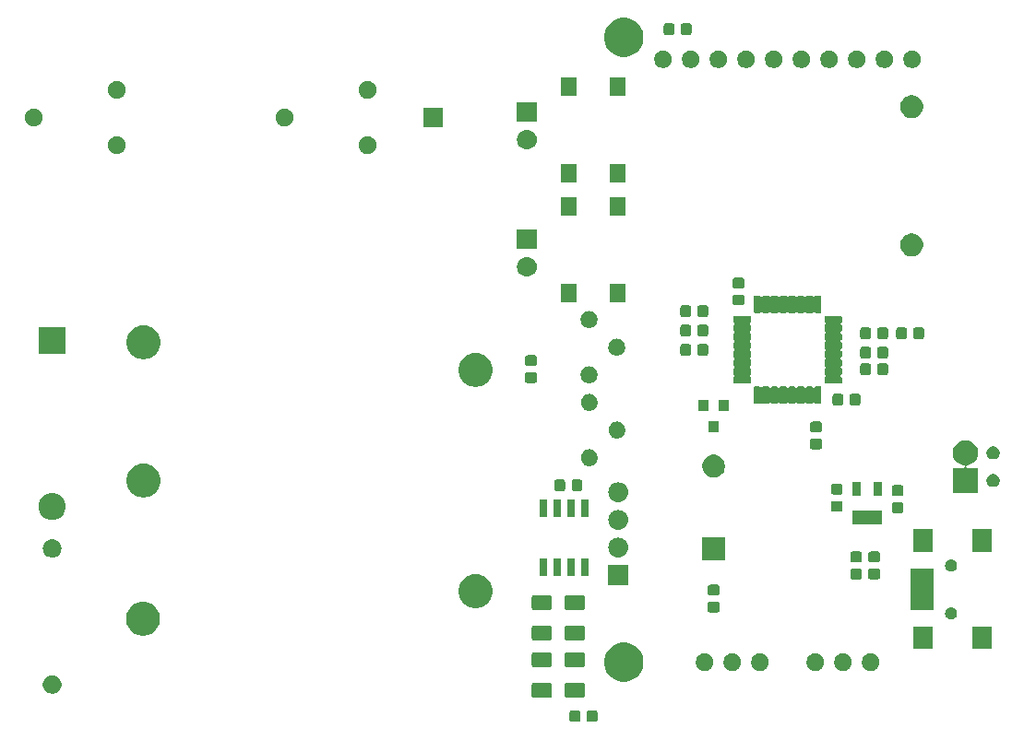
<source format=gbr>
G04 #@! TF.GenerationSoftware,KiCad,Pcbnew,(5.1.0)-1*
G04 #@! TF.CreationDate,2020-08-30T01:34:28+02:00*
G04 #@! TF.ProjectId,Dosimeter,446f7369-6d65-4746-9572-2e6b69636164,rev?*
G04 #@! TF.SameCoordinates,Original*
G04 #@! TF.FileFunction,Soldermask,Top*
G04 #@! TF.FilePolarity,Negative*
%FSLAX46Y46*%
G04 Gerber Fmt 4.6, Leading zero omitted, Abs format (unit mm)*
G04 Created by KiCad (PCBNEW (5.1.0)-1) date 2020-08-30 01:34:28*
%MOMM*%
%LPD*%
G04 APERTURE LIST*
%ADD10C,0.100000*%
G04 APERTURE END LIST*
D10*
G36*
X81393591Y-128129085D02*
G01*
X81427569Y-128139393D01*
X81458890Y-128156134D01*
X81486339Y-128178661D01*
X81508866Y-128206110D01*
X81525607Y-128237431D01*
X81535915Y-128271409D01*
X81540000Y-128312890D01*
X81540000Y-128989110D01*
X81535915Y-129030591D01*
X81525607Y-129064569D01*
X81508866Y-129095890D01*
X81486339Y-129123339D01*
X81458890Y-129145866D01*
X81427569Y-129162607D01*
X81393591Y-129172915D01*
X81352110Y-129177000D01*
X80750890Y-129177000D01*
X80709409Y-129172915D01*
X80675431Y-129162607D01*
X80644110Y-129145866D01*
X80616661Y-129123339D01*
X80594134Y-129095890D01*
X80577393Y-129064569D01*
X80567085Y-129030591D01*
X80563000Y-128989110D01*
X80563000Y-128312890D01*
X80567085Y-128271409D01*
X80577393Y-128237431D01*
X80594134Y-128206110D01*
X80616661Y-128178661D01*
X80644110Y-128156134D01*
X80675431Y-128139393D01*
X80709409Y-128129085D01*
X80750890Y-128125000D01*
X81352110Y-128125000D01*
X81393591Y-128129085D01*
X81393591Y-128129085D01*
G37*
G36*
X79818591Y-128129085D02*
G01*
X79852569Y-128139393D01*
X79883890Y-128156134D01*
X79911339Y-128178661D01*
X79933866Y-128206110D01*
X79950607Y-128237431D01*
X79960915Y-128271409D01*
X79965000Y-128312890D01*
X79965000Y-128989110D01*
X79960915Y-129030591D01*
X79950607Y-129064569D01*
X79933866Y-129095890D01*
X79911339Y-129123339D01*
X79883890Y-129145866D01*
X79852569Y-129162607D01*
X79818591Y-129172915D01*
X79777110Y-129177000D01*
X79175890Y-129177000D01*
X79134409Y-129172915D01*
X79100431Y-129162607D01*
X79069110Y-129145866D01*
X79041661Y-129123339D01*
X79019134Y-129095890D01*
X79002393Y-129064569D01*
X78992085Y-129030591D01*
X78988000Y-128989110D01*
X78988000Y-128312890D01*
X78992085Y-128271409D01*
X79002393Y-128237431D01*
X79019134Y-128206110D01*
X79041661Y-128178661D01*
X79069110Y-128156134D01*
X79100431Y-128139393D01*
X79134409Y-128129085D01*
X79175890Y-128125000D01*
X79777110Y-128125000D01*
X79818591Y-128129085D01*
X79818591Y-128129085D01*
G37*
G36*
X77206604Y-125601347D02*
G01*
X77243144Y-125612432D01*
X77276821Y-125630433D01*
X77306341Y-125654659D01*
X77330567Y-125684179D01*
X77348568Y-125717856D01*
X77359653Y-125754396D01*
X77364000Y-125798538D01*
X77364000Y-126747462D01*
X77359653Y-126791604D01*
X77348568Y-126828144D01*
X77330567Y-126861821D01*
X77306341Y-126891341D01*
X77276821Y-126915567D01*
X77243144Y-126933568D01*
X77206604Y-126944653D01*
X77162462Y-126949000D01*
X75713538Y-126949000D01*
X75669396Y-126944653D01*
X75632856Y-126933568D01*
X75599179Y-126915567D01*
X75569659Y-126891341D01*
X75545433Y-126861821D01*
X75527432Y-126828144D01*
X75516347Y-126791604D01*
X75512000Y-126747462D01*
X75512000Y-125798538D01*
X75516347Y-125754396D01*
X75527432Y-125717856D01*
X75545433Y-125684179D01*
X75569659Y-125654659D01*
X75599179Y-125630433D01*
X75632856Y-125612432D01*
X75669396Y-125601347D01*
X75713538Y-125597000D01*
X77162462Y-125597000D01*
X77206604Y-125601347D01*
X77206604Y-125601347D01*
G37*
G36*
X80206604Y-125601347D02*
G01*
X80243144Y-125612432D01*
X80276821Y-125630433D01*
X80306341Y-125654659D01*
X80330567Y-125684179D01*
X80348568Y-125717856D01*
X80359653Y-125754396D01*
X80364000Y-125798538D01*
X80364000Y-126747462D01*
X80359653Y-126791604D01*
X80348568Y-126828144D01*
X80330567Y-126861821D01*
X80306341Y-126891341D01*
X80276821Y-126915567D01*
X80243144Y-126933568D01*
X80206604Y-126944653D01*
X80162462Y-126949000D01*
X78713538Y-126949000D01*
X78669396Y-126944653D01*
X78632856Y-126933568D01*
X78599179Y-126915567D01*
X78569659Y-126891341D01*
X78545433Y-126861821D01*
X78527432Y-126828144D01*
X78516347Y-126791604D01*
X78512000Y-126747462D01*
X78512000Y-125798538D01*
X78516347Y-125754396D01*
X78527432Y-125717856D01*
X78545433Y-125684179D01*
X78569659Y-125654659D01*
X78599179Y-125630433D01*
X78632856Y-125612432D01*
X78669396Y-125601347D01*
X78713538Y-125597000D01*
X80162462Y-125597000D01*
X80206604Y-125601347D01*
X80206604Y-125601347D01*
G37*
G36*
X31744228Y-124927703D02*
G01*
X31899100Y-124991853D01*
X32038481Y-125084985D01*
X32157015Y-125203519D01*
X32250147Y-125342900D01*
X32314297Y-125497772D01*
X32347000Y-125662184D01*
X32347000Y-125829816D01*
X32314297Y-125994228D01*
X32250147Y-126149100D01*
X32157015Y-126288481D01*
X32038481Y-126407015D01*
X31899100Y-126500147D01*
X31744228Y-126564297D01*
X31579816Y-126597000D01*
X31412184Y-126597000D01*
X31247772Y-126564297D01*
X31092900Y-126500147D01*
X30953519Y-126407015D01*
X30834985Y-126288481D01*
X30741853Y-126149100D01*
X30677703Y-125994228D01*
X30645000Y-125829816D01*
X30645000Y-125662184D01*
X30677703Y-125497772D01*
X30741853Y-125342900D01*
X30834985Y-125203519D01*
X30953519Y-125084985D01*
X31092900Y-124991853D01*
X31247772Y-124927703D01*
X31412184Y-124895000D01*
X31579816Y-124895000D01*
X31744228Y-124927703D01*
X31744228Y-124927703D01*
G37*
G36*
X84480331Y-121964211D02*
G01*
X84808092Y-122099974D01*
X85103070Y-122297072D01*
X85353928Y-122547930D01*
X85551026Y-122842908D01*
X85686789Y-123170669D01*
X85756000Y-123518616D01*
X85756000Y-123873384D01*
X85686789Y-124221331D01*
X85551026Y-124549092D01*
X85353928Y-124844070D01*
X85103070Y-125094928D01*
X84808092Y-125292026D01*
X84480331Y-125427789D01*
X84132384Y-125497000D01*
X83777616Y-125497000D01*
X83429669Y-125427789D01*
X83101908Y-125292026D01*
X82806930Y-125094928D01*
X82556072Y-124844070D01*
X82358974Y-124549092D01*
X82223211Y-124221331D01*
X82154000Y-123873384D01*
X82154000Y-123518616D01*
X82223211Y-123170669D01*
X82358974Y-122842908D01*
X82556072Y-122547930D01*
X82806930Y-122297072D01*
X83101908Y-122099974D01*
X83429669Y-121964211D01*
X83777616Y-121895000D01*
X84132384Y-121895000D01*
X84480331Y-121964211D01*
X84480331Y-121964211D01*
G37*
G36*
X94157142Y-122918242D02*
G01*
X94305101Y-122979529D01*
X94438255Y-123068499D01*
X94551501Y-123181745D01*
X94640471Y-123314899D01*
X94701758Y-123462858D01*
X94733000Y-123619925D01*
X94733000Y-123780075D01*
X94701758Y-123937142D01*
X94640471Y-124085101D01*
X94551501Y-124218255D01*
X94438255Y-124331501D01*
X94305101Y-124420471D01*
X94157142Y-124481758D01*
X94000075Y-124513000D01*
X93839925Y-124513000D01*
X93682858Y-124481758D01*
X93534899Y-124420471D01*
X93401745Y-124331501D01*
X93288499Y-124218255D01*
X93199529Y-124085101D01*
X93138242Y-123937142D01*
X93107000Y-123780075D01*
X93107000Y-123619925D01*
X93138242Y-123462858D01*
X93199529Y-123314899D01*
X93288499Y-123181745D01*
X93401745Y-123068499D01*
X93534899Y-122979529D01*
X93682858Y-122918242D01*
X93839925Y-122887000D01*
X94000075Y-122887000D01*
X94157142Y-122918242D01*
X94157142Y-122918242D01*
G37*
G36*
X106857142Y-122918242D02*
G01*
X107005101Y-122979529D01*
X107138255Y-123068499D01*
X107251501Y-123181745D01*
X107340471Y-123314899D01*
X107401758Y-123462858D01*
X107433000Y-123619925D01*
X107433000Y-123780075D01*
X107401758Y-123937142D01*
X107340471Y-124085101D01*
X107251501Y-124218255D01*
X107138255Y-124331501D01*
X107005101Y-124420471D01*
X106857142Y-124481758D01*
X106700075Y-124513000D01*
X106539925Y-124513000D01*
X106382858Y-124481758D01*
X106234899Y-124420471D01*
X106101745Y-124331501D01*
X105988499Y-124218255D01*
X105899529Y-124085101D01*
X105838242Y-123937142D01*
X105807000Y-123780075D01*
X105807000Y-123619925D01*
X105838242Y-123462858D01*
X105899529Y-123314899D01*
X105988499Y-123181745D01*
X106101745Y-123068499D01*
X106234899Y-122979529D01*
X106382858Y-122918242D01*
X106539925Y-122887000D01*
X106700075Y-122887000D01*
X106857142Y-122918242D01*
X106857142Y-122918242D01*
G37*
G36*
X104317142Y-122918242D02*
G01*
X104465101Y-122979529D01*
X104598255Y-123068499D01*
X104711501Y-123181745D01*
X104800471Y-123314899D01*
X104861758Y-123462858D01*
X104893000Y-123619925D01*
X104893000Y-123780075D01*
X104861758Y-123937142D01*
X104800471Y-124085101D01*
X104711501Y-124218255D01*
X104598255Y-124331501D01*
X104465101Y-124420471D01*
X104317142Y-124481758D01*
X104160075Y-124513000D01*
X103999925Y-124513000D01*
X103842858Y-124481758D01*
X103694899Y-124420471D01*
X103561745Y-124331501D01*
X103448499Y-124218255D01*
X103359529Y-124085101D01*
X103298242Y-123937142D01*
X103267000Y-123780075D01*
X103267000Y-123619925D01*
X103298242Y-123462858D01*
X103359529Y-123314899D01*
X103448499Y-123181745D01*
X103561745Y-123068499D01*
X103694899Y-122979529D01*
X103842858Y-122918242D01*
X103999925Y-122887000D01*
X104160075Y-122887000D01*
X104317142Y-122918242D01*
X104317142Y-122918242D01*
G37*
G36*
X91617142Y-122918242D02*
G01*
X91765101Y-122979529D01*
X91898255Y-123068499D01*
X92011501Y-123181745D01*
X92100471Y-123314899D01*
X92161758Y-123462858D01*
X92193000Y-123619925D01*
X92193000Y-123780075D01*
X92161758Y-123937142D01*
X92100471Y-124085101D01*
X92011501Y-124218255D01*
X91898255Y-124331501D01*
X91765101Y-124420471D01*
X91617142Y-124481758D01*
X91460075Y-124513000D01*
X91299925Y-124513000D01*
X91142858Y-124481758D01*
X90994899Y-124420471D01*
X90861745Y-124331501D01*
X90748499Y-124218255D01*
X90659529Y-124085101D01*
X90598242Y-123937142D01*
X90567000Y-123780075D01*
X90567000Y-123619925D01*
X90598242Y-123462858D01*
X90659529Y-123314899D01*
X90748499Y-123181745D01*
X90861745Y-123068499D01*
X90994899Y-122979529D01*
X91142858Y-122918242D01*
X91299925Y-122887000D01*
X91460075Y-122887000D01*
X91617142Y-122918242D01*
X91617142Y-122918242D01*
G37*
G36*
X96697142Y-122918242D02*
G01*
X96845101Y-122979529D01*
X96978255Y-123068499D01*
X97091501Y-123181745D01*
X97180471Y-123314899D01*
X97241758Y-123462858D01*
X97273000Y-123619925D01*
X97273000Y-123780075D01*
X97241758Y-123937142D01*
X97180471Y-124085101D01*
X97091501Y-124218255D01*
X96978255Y-124331501D01*
X96845101Y-124420471D01*
X96697142Y-124481758D01*
X96540075Y-124513000D01*
X96379925Y-124513000D01*
X96222858Y-124481758D01*
X96074899Y-124420471D01*
X95941745Y-124331501D01*
X95828499Y-124218255D01*
X95739529Y-124085101D01*
X95678242Y-123937142D01*
X95647000Y-123780075D01*
X95647000Y-123619925D01*
X95678242Y-123462858D01*
X95739529Y-123314899D01*
X95828499Y-123181745D01*
X95941745Y-123068499D01*
X96074899Y-122979529D01*
X96222858Y-122918242D01*
X96379925Y-122887000D01*
X96540075Y-122887000D01*
X96697142Y-122918242D01*
X96697142Y-122918242D01*
G37*
G36*
X101777142Y-122918242D02*
G01*
X101925101Y-122979529D01*
X102058255Y-123068499D01*
X102171501Y-123181745D01*
X102260471Y-123314899D01*
X102321758Y-123462858D01*
X102353000Y-123619925D01*
X102353000Y-123780075D01*
X102321758Y-123937142D01*
X102260471Y-124085101D01*
X102171501Y-124218255D01*
X102058255Y-124331501D01*
X101925101Y-124420471D01*
X101777142Y-124481758D01*
X101620075Y-124513000D01*
X101459925Y-124513000D01*
X101302858Y-124481758D01*
X101154899Y-124420471D01*
X101021745Y-124331501D01*
X100908499Y-124218255D01*
X100819529Y-124085101D01*
X100758242Y-123937142D01*
X100727000Y-123780075D01*
X100727000Y-123619925D01*
X100758242Y-123462858D01*
X100819529Y-123314899D01*
X100908499Y-123181745D01*
X101021745Y-123068499D01*
X101154899Y-122979529D01*
X101302858Y-122918242D01*
X101459925Y-122887000D01*
X101620075Y-122887000D01*
X101777142Y-122918242D01*
X101777142Y-122918242D01*
G37*
G36*
X80206604Y-122801347D02*
G01*
X80243144Y-122812432D01*
X80276821Y-122830433D01*
X80306341Y-122854659D01*
X80330567Y-122884179D01*
X80348568Y-122917856D01*
X80359653Y-122954396D01*
X80364000Y-122998538D01*
X80364000Y-123947462D01*
X80359653Y-123991604D01*
X80348568Y-124028144D01*
X80330567Y-124061821D01*
X80306341Y-124091341D01*
X80276821Y-124115567D01*
X80243144Y-124133568D01*
X80206604Y-124144653D01*
X80162462Y-124149000D01*
X78713538Y-124149000D01*
X78669396Y-124144653D01*
X78632856Y-124133568D01*
X78599179Y-124115567D01*
X78569659Y-124091341D01*
X78545433Y-124061821D01*
X78527432Y-124028144D01*
X78516347Y-123991604D01*
X78512000Y-123947462D01*
X78512000Y-122998538D01*
X78516347Y-122954396D01*
X78527432Y-122917856D01*
X78545433Y-122884179D01*
X78569659Y-122854659D01*
X78599179Y-122830433D01*
X78632856Y-122812432D01*
X78669396Y-122801347D01*
X78713538Y-122797000D01*
X80162462Y-122797000D01*
X80206604Y-122801347D01*
X80206604Y-122801347D01*
G37*
G36*
X77206604Y-122801347D02*
G01*
X77243144Y-122812432D01*
X77276821Y-122830433D01*
X77306341Y-122854659D01*
X77330567Y-122884179D01*
X77348568Y-122917856D01*
X77359653Y-122954396D01*
X77364000Y-122998538D01*
X77364000Y-123947462D01*
X77359653Y-123991604D01*
X77348568Y-124028144D01*
X77330567Y-124061821D01*
X77306341Y-124091341D01*
X77276821Y-124115567D01*
X77243144Y-124133568D01*
X77206604Y-124144653D01*
X77162462Y-124149000D01*
X75713538Y-124149000D01*
X75669396Y-124144653D01*
X75632856Y-124133568D01*
X75599179Y-124115567D01*
X75569659Y-124091341D01*
X75545433Y-124061821D01*
X75527432Y-124028144D01*
X75516347Y-123991604D01*
X75512000Y-123947462D01*
X75512000Y-122998538D01*
X75516347Y-122954396D01*
X75527432Y-122917856D01*
X75545433Y-122884179D01*
X75569659Y-122854659D01*
X75599179Y-122830433D01*
X75632856Y-122812432D01*
X75669396Y-122801347D01*
X75713538Y-122797000D01*
X77162462Y-122797000D01*
X77206604Y-122801347D01*
X77206604Y-122801347D01*
G37*
G36*
X112301000Y-122501000D02*
G01*
X110499000Y-122501000D01*
X110499000Y-120399000D01*
X112301000Y-120399000D01*
X112301000Y-122501000D01*
X112301000Y-122501000D01*
G37*
G36*
X117751000Y-122501000D02*
G01*
X115949000Y-122501000D01*
X115949000Y-120399000D01*
X117751000Y-120399000D01*
X117751000Y-122501000D01*
X117751000Y-122501000D01*
G37*
G36*
X80206604Y-120345347D02*
G01*
X80243144Y-120356432D01*
X80276821Y-120374433D01*
X80306341Y-120398659D01*
X80330567Y-120428179D01*
X80348568Y-120461856D01*
X80359653Y-120498396D01*
X80364000Y-120542538D01*
X80364000Y-121491462D01*
X80359653Y-121535604D01*
X80348568Y-121572144D01*
X80330567Y-121605821D01*
X80306341Y-121635341D01*
X80276821Y-121659567D01*
X80243144Y-121677568D01*
X80206604Y-121688653D01*
X80162462Y-121693000D01*
X78713538Y-121693000D01*
X78669396Y-121688653D01*
X78632856Y-121677568D01*
X78599179Y-121659567D01*
X78569659Y-121635341D01*
X78545433Y-121605821D01*
X78527432Y-121572144D01*
X78516347Y-121535604D01*
X78512000Y-121491462D01*
X78512000Y-120542538D01*
X78516347Y-120498396D01*
X78527432Y-120461856D01*
X78545433Y-120428179D01*
X78569659Y-120398659D01*
X78599179Y-120374433D01*
X78632856Y-120356432D01*
X78669396Y-120345347D01*
X78713538Y-120341000D01*
X80162462Y-120341000D01*
X80206604Y-120345347D01*
X80206604Y-120345347D01*
G37*
G36*
X77206604Y-120345347D02*
G01*
X77243144Y-120356432D01*
X77276821Y-120374433D01*
X77306341Y-120398659D01*
X77330567Y-120428179D01*
X77348568Y-120461856D01*
X77359653Y-120498396D01*
X77364000Y-120542538D01*
X77364000Y-121491462D01*
X77359653Y-121535604D01*
X77348568Y-121572144D01*
X77330567Y-121605821D01*
X77306341Y-121635341D01*
X77276821Y-121659567D01*
X77243144Y-121677568D01*
X77206604Y-121688653D01*
X77162462Y-121693000D01*
X75713538Y-121693000D01*
X75669396Y-121688653D01*
X75632856Y-121677568D01*
X75599179Y-121659567D01*
X75569659Y-121635341D01*
X75545433Y-121605821D01*
X75527432Y-121572144D01*
X75516347Y-121535604D01*
X75512000Y-121491462D01*
X75512000Y-120542538D01*
X75516347Y-120498396D01*
X75527432Y-120461856D01*
X75545433Y-120428179D01*
X75569659Y-120398659D01*
X75599179Y-120374433D01*
X75632856Y-120356432D01*
X75669396Y-120345347D01*
X75713538Y-120341000D01*
X77162462Y-120341000D01*
X77206604Y-120345347D01*
X77206604Y-120345347D01*
G37*
G36*
X40093283Y-118169393D02*
G01*
X40290410Y-118208604D01*
X40572674Y-118325521D01*
X40826705Y-118495259D01*
X41042741Y-118711295D01*
X41212479Y-118965326D01*
X41329396Y-119247590D01*
X41389000Y-119547240D01*
X41389000Y-119852760D01*
X41329396Y-120152410D01*
X41212479Y-120434674D01*
X41042741Y-120688705D01*
X40826705Y-120904741D01*
X40572674Y-121074479D01*
X40290410Y-121191396D01*
X40140585Y-121221198D01*
X39990761Y-121251000D01*
X39685239Y-121251000D01*
X39535415Y-121221198D01*
X39385590Y-121191396D01*
X39103326Y-121074479D01*
X38849295Y-120904741D01*
X38633259Y-120688705D01*
X38463521Y-120434674D01*
X38346604Y-120152410D01*
X38287000Y-119852760D01*
X38287000Y-119547240D01*
X38346604Y-119247590D01*
X38463521Y-118965326D01*
X38633259Y-118711295D01*
X38849295Y-118495259D01*
X39103326Y-118325521D01*
X39385590Y-118208604D01*
X39582717Y-118169393D01*
X39685239Y-118149000D01*
X39990761Y-118149000D01*
X40093283Y-118169393D01*
X40093283Y-118169393D01*
G37*
G36*
X114160721Y-118670174D02*
G01*
X114260995Y-118711709D01*
X114296756Y-118735604D01*
X114351242Y-118772010D01*
X114427990Y-118848758D01*
X114454647Y-118888653D01*
X114488291Y-118939005D01*
X114529826Y-119039279D01*
X114551000Y-119145730D01*
X114551000Y-119254270D01*
X114529826Y-119360721D01*
X114488291Y-119460995D01*
X114488290Y-119460996D01*
X114427990Y-119551242D01*
X114351242Y-119627990D01*
X114305812Y-119658345D01*
X114260995Y-119688291D01*
X114160721Y-119729826D01*
X114054270Y-119751000D01*
X113945730Y-119751000D01*
X113839279Y-119729826D01*
X113739005Y-119688291D01*
X113694188Y-119658345D01*
X113648758Y-119627990D01*
X113572010Y-119551242D01*
X113511710Y-119460996D01*
X113511709Y-119460995D01*
X113470174Y-119360721D01*
X113449000Y-119254270D01*
X113449000Y-119145730D01*
X113470174Y-119039279D01*
X113511709Y-118939005D01*
X113545353Y-118888653D01*
X113572010Y-118848758D01*
X113648758Y-118772010D01*
X113703244Y-118735604D01*
X113739005Y-118711709D01*
X113839279Y-118670174D01*
X113945730Y-118649000D01*
X114054270Y-118649000D01*
X114160721Y-118670174D01*
X114160721Y-118670174D01*
G37*
G36*
X92581591Y-118159085D02*
G01*
X92615569Y-118169393D01*
X92646890Y-118186134D01*
X92674339Y-118208661D01*
X92696866Y-118236110D01*
X92713607Y-118267431D01*
X92723915Y-118301409D01*
X92728000Y-118342890D01*
X92728000Y-118944110D01*
X92723915Y-118985591D01*
X92713607Y-119019569D01*
X92696866Y-119050890D01*
X92674339Y-119078339D01*
X92646890Y-119100866D01*
X92615569Y-119117607D01*
X92581591Y-119127915D01*
X92540110Y-119132000D01*
X91863890Y-119132000D01*
X91822409Y-119127915D01*
X91788431Y-119117607D01*
X91757110Y-119100866D01*
X91729661Y-119078339D01*
X91707134Y-119050890D01*
X91690393Y-119019569D01*
X91680085Y-118985591D01*
X91676000Y-118944110D01*
X91676000Y-118342890D01*
X91680085Y-118301409D01*
X91690393Y-118267431D01*
X91707134Y-118236110D01*
X91729661Y-118208661D01*
X91757110Y-118186134D01*
X91788431Y-118169393D01*
X91822409Y-118159085D01*
X91863890Y-118155000D01*
X92540110Y-118155000D01*
X92581591Y-118159085D01*
X92581591Y-118159085D01*
G37*
G36*
X112351000Y-118901000D02*
G01*
X110249000Y-118901000D01*
X110249000Y-115099000D01*
X112351000Y-115099000D01*
X112351000Y-118901000D01*
X112351000Y-118901000D01*
G37*
G36*
X77206604Y-117545347D02*
G01*
X77243144Y-117556432D01*
X77276821Y-117574433D01*
X77306341Y-117598659D01*
X77330567Y-117628179D01*
X77348568Y-117661856D01*
X77359653Y-117698396D01*
X77364000Y-117742538D01*
X77364000Y-118691462D01*
X77359653Y-118735604D01*
X77348568Y-118772144D01*
X77330567Y-118805821D01*
X77306341Y-118835341D01*
X77276821Y-118859567D01*
X77243144Y-118877568D01*
X77206604Y-118888653D01*
X77162462Y-118893000D01*
X75713538Y-118893000D01*
X75669396Y-118888653D01*
X75632856Y-118877568D01*
X75599179Y-118859567D01*
X75569659Y-118835341D01*
X75545433Y-118805821D01*
X75527432Y-118772144D01*
X75516347Y-118735604D01*
X75512000Y-118691462D01*
X75512000Y-117742538D01*
X75516347Y-117698396D01*
X75527432Y-117661856D01*
X75545433Y-117628179D01*
X75569659Y-117598659D01*
X75599179Y-117574433D01*
X75632856Y-117556432D01*
X75669396Y-117545347D01*
X75713538Y-117541000D01*
X77162462Y-117541000D01*
X77206604Y-117545347D01*
X77206604Y-117545347D01*
G37*
G36*
X80206604Y-117545347D02*
G01*
X80243144Y-117556432D01*
X80276821Y-117574433D01*
X80306341Y-117598659D01*
X80330567Y-117628179D01*
X80348568Y-117661856D01*
X80359653Y-117698396D01*
X80364000Y-117742538D01*
X80364000Y-118691462D01*
X80359653Y-118735604D01*
X80348568Y-118772144D01*
X80330567Y-118805821D01*
X80306341Y-118835341D01*
X80276821Y-118859567D01*
X80243144Y-118877568D01*
X80206604Y-118888653D01*
X80162462Y-118893000D01*
X78713538Y-118893000D01*
X78669396Y-118888653D01*
X78632856Y-118877568D01*
X78599179Y-118859567D01*
X78569659Y-118835341D01*
X78545433Y-118805821D01*
X78527432Y-118772144D01*
X78516347Y-118735604D01*
X78512000Y-118691462D01*
X78512000Y-117742538D01*
X78516347Y-117698396D01*
X78527432Y-117661856D01*
X78545433Y-117628179D01*
X78569659Y-117598659D01*
X78599179Y-117574433D01*
X78632856Y-117556432D01*
X78669396Y-117545347D01*
X78713538Y-117541000D01*
X80162462Y-117541000D01*
X80206604Y-117545347D01*
X80206604Y-117545347D01*
G37*
G36*
X70660585Y-115638802D02*
G01*
X70810410Y-115668604D01*
X71092674Y-115785521D01*
X71346705Y-115955259D01*
X71562741Y-116171295D01*
X71732479Y-116425326D01*
X71849396Y-116707590D01*
X71909000Y-117007240D01*
X71909000Y-117312760D01*
X71849396Y-117612410D01*
X71732479Y-117894674D01*
X71562741Y-118148705D01*
X71346705Y-118364741D01*
X71092674Y-118534479D01*
X70810410Y-118651396D01*
X70716006Y-118670174D01*
X70510761Y-118711000D01*
X70205239Y-118711000D01*
X69999994Y-118670174D01*
X69905590Y-118651396D01*
X69623326Y-118534479D01*
X69369295Y-118364741D01*
X69153259Y-118148705D01*
X68983521Y-117894674D01*
X68866604Y-117612410D01*
X68807000Y-117312760D01*
X68807000Y-117007240D01*
X68866604Y-116707590D01*
X68983521Y-116425326D01*
X69153259Y-116171295D01*
X69369295Y-115955259D01*
X69623326Y-115785521D01*
X69905590Y-115668604D01*
X70055415Y-115638802D01*
X70205239Y-115609000D01*
X70510761Y-115609000D01*
X70660585Y-115638802D01*
X70660585Y-115638802D01*
G37*
G36*
X92581591Y-116584085D02*
G01*
X92615569Y-116594393D01*
X92646890Y-116611134D01*
X92674339Y-116633661D01*
X92696866Y-116661110D01*
X92713607Y-116692431D01*
X92723915Y-116726409D01*
X92728000Y-116767890D01*
X92728000Y-117369110D01*
X92723915Y-117410591D01*
X92713607Y-117444569D01*
X92696866Y-117475890D01*
X92674339Y-117503339D01*
X92646890Y-117525866D01*
X92615569Y-117542607D01*
X92581591Y-117552915D01*
X92540110Y-117557000D01*
X91863890Y-117557000D01*
X91822409Y-117552915D01*
X91788431Y-117542607D01*
X91757110Y-117525866D01*
X91729661Y-117503339D01*
X91707134Y-117475890D01*
X91690393Y-117444569D01*
X91680085Y-117410591D01*
X91676000Y-117369110D01*
X91676000Y-116767890D01*
X91680085Y-116726409D01*
X91690393Y-116692431D01*
X91707134Y-116661110D01*
X91729661Y-116633661D01*
X91757110Y-116611134D01*
X91788431Y-116594393D01*
X91822409Y-116584085D01*
X91863890Y-116580000D01*
X92540110Y-116580000D01*
X92581591Y-116584085D01*
X92581591Y-116584085D01*
G37*
G36*
X84340000Y-116598000D02*
G01*
X82538000Y-116598000D01*
X82538000Y-114796000D01*
X84340000Y-114796000D01*
X84340000Y-116598000D01*
X84340000Y-116598000D01*
G37*
G36*
X105662591Y-115111085D02*
G01*
X105696569Y-115121393D01*
X105727890Y-115138134D01*
X105755339Y-115160661D01*
X105777866Y-115188110D01*
X105794607Y-115219431D01*
X105804915Y-115253409D01*
X105809000Y-115294890D01*
X105809000Y-115896110D01*
X105804915Y-115937591D01*
X105794607Y-115971569D01*
X105777866Y-116002890D01*
X105755339Y-116030339D01*
X105727890Y-116052866D01*
X105696569Y-116069607D01*
X105662591Y-116079915D01*
X105621110Y-116084000D01*
X104944890Y-116084000D01*
X104903409Y-116079915D01*
X104869431Y-116069607D01*
X104838110Y-116052866D01*
X104810661Y-116030339D01*
X104788134Y-116002890D01*
X104771393Y-115971569D01*
X104761085Y-115937591D01*
X104757000Y-115896110D01*
X104757000Y-115294890D01*
X104761085Y-115253409D01*
X104771393Y-115219431D01*
X104788134Y-115188110D01*
X104810661Y-115160661D01*
X104838110Y-115138134D01*
X104869431Y-115121393D01*
X104903409Y-115111085D01*
X104944890Y-115107000D01*
X105621110Y-115107000D01*
X105662591Y-115111085D01*
X105662591Y-115111085D01*
G37*
G36*
X107313591Y-115111085D02*
G01*
X107347569Y-115121393D01*
X107378890Y-115138134D01*
X107406339Y-115160661D01*
X107428866Y-115188110D01*
X107445607Y-115219431D01*
X107455915Y-115253409D01*
X107460000Y-115294890D01*
X107460000Y-115896110D01*
X107455915Y-115937591D01*
X107445607Y-115971569D01*
X107428866Y-116002890D01*
X107406339Y-116030339D01*
X107378890Y-116052866D01*
X107347569Y-116069607D01*
X107313591Y-116079915D01*
X107272110Y-116084000D01*
X106595890Y-116084000D01*
X106554409Y-116079915D01*
X106520431Y-116069607D01*
X106489110Y-116052866D01*
X106461661Y-116030339D01*
X106439134Y-116002890D01*
X106422393Y-115971569D01*
X106412085Y-115937591D01*
X106408000Y-115896110D01*
X106408000Y-115294890D01*
X106412085Y-115253409D01*
X106422393Y-115219431D01*
X106439134Y-115188110D01*
X106461661Y-115160661D01*
X106489110Y-115138134D01*
X106520431Y-115121393D01*
X106554409Y-115111085D01*
X106595890Y-115107000D01*
X107272110Y-115107000D01*
X107313591Y-115111085D01*
X107313591Y-115111085D01*
G37*
G36*
X76932000Y-115794000D02*
G01*
X76230000Y-115794000D01*
X76230000Y-114142000D01*
X76932000Y-114142000D01*
X76932000Y-115794000D01*
X76932000Y-115794000D01*
G37*
G36*
X78202000Y-115794000D02*
G01*
X77500000Y-115794000D01*
X77500000Y-114142000D01*
X78202000Y-114142000D01*
X78202000Y-115794000D01*
X78202000Y-115794000D01*
G37*
G36*
X79472000Y-115794000D02*
G01*
X78770000Y-115794000D01*
X78770000Y-114142000D01*
X79472000Y-114142000D01*
X79472000Y-115794000D01*
X79472000Y-115794000D01*
G37*
G36*
X80742000Y-115794000D02*
G01*
X80040000Y-115794000D01*
X80040000Y-114142000D01*
X80742000Y-114142000D01*
X80742000Y-115794000D01*
X80742000Y-115794000D01*
G37*
G36*
X114160721Y-114270174D02*
G01*
X114260995Y-114311709D01*
X114295852Y-114335000D01*
X114351242Y-114372010D01*
X114427990Y-114448758D01*
X114427991Y-114448760D01*
X114488291Y-114539005D01*
X114529826Y-114639279D01*
X114551000Y-114745730D01*
X114551000Y-114854270D01*
X114529826Y-114960721D01*
X114488291Y-115060995D01*
X114488290Y-115060996D01*
X114427990Y-115151242D01*
X114351242Y-115227990D01*
X114313199Y-115253409D01*
X114260995Y-115288291D01*
X114160721Y-115329826D01*
X114054270Y-115351000D01*
X113945730Y-115351000D01*
X113839279Y-115329826D01*
X113739005Y-115288291D01*
X113686801Y-115253409D01*
X113648758Y-115227990D01*
X113572010Y-115151242D01*
X113511710Y-115060996D01*
X113511709Y-115060995D01*
X113470174Y-114960721D01*
X113449000Y-114854270D01*
X113449000Y-114745730D01*
X113470174Y-114639279D01*
X113511709Y-114539005D01*
X113572009Y-114448760D01*
X113572010Y-114448758D01*
X113648758Y-114372010D01*
X113704148Y-114335000D01*
X113739005Y-114311709D01*
X113839279Y-114270174D01*
X113945730Y-114249000D01*
X114054270Y-114249000D01*
X114160721Y-114270174D01*
X114160721Y-114270174D01*
G37*
G36*
X105662591Y-113536085D02*
G01*
X105696569Y-113546393D01*
X105727890Y-113563134D01*
X105755339Y-113585661D01*
X105777866Y-113613110D01*
X105794607Y-113644431D01*
X105804915Y-113678409D01*
X105809000Y-113719890D01*
X105809000Y-114321110D01*
X105804915Y-114362591D01*
X105794607Y-114396569D01*
X105777866Y-114427890D01*
X105755339Y-114455339D01*
X105727890Y-114477866D01*
X105696569Y-114494607D01*
X105662591Y-114504915D01*
X105621110Y-114509000D01*
X104944890Y-114509000D01*
X104903409Y-114504915D01*
X104869431Y-114494607D01*
X104838110Y-114477866D01*
X104810661Y-114455339D01*
X104788134Y-114427890D01*
X104771393Y-114396569D01*
X104761085Y-114362591D01*
X104757000Y-114321110D01*
X104757000Y-113719890D01*
X104761085Y-113678409D01*
X104771393Y-113644431D01*
X104788134Y-113613110D01*
X104810661Y-113585661D01*
X104838110Y-113563134D01*
X104869431Y-113546393D01*
X104903409Y-113536085D01*
X104944890Y-113532000D01*
X105621110Y-113532000D01*
X105662591Y-113536085D01*
X105662591Y-113536085D01*
G37*
G36*
X107313591Y-113536085D02*
G01*
X107347569Y-113546393D01*
X107378890Y-113563134D01*
X107406339Y-113585661D01*
X107428866Y-113613110D01*
X107445607Y-113644431D01*
X107455915Y-113678409D01*
X107460000Y-113719890D01*
X107460000Y-114321110D01*
X107455915Y-114362591D01*
X107445607Y-114396569D01*
X107428866Y-114427890D01*
X107406339Y-114455339D01*
X107378890Y-114477866D01*
X107347569Y-114494607D01*
X107313591Y-114504915D01*
X107272110Y-114509000D01*
X106595890Y-114509000D01*
X106554409Y-114504915D01*
X106520431Y-114494607D01*
X106489110Y-114477866D01*
X106461661Y-114455339D01*
X106439134Y-114427890D01*
X106422393Y-114396569D01*
X106412085Y-114362591D01*
X106408000Y-114321110D01*
X106408000Y-113719890D01*
X106412085Y-113678409D01*
X106422393Y-113644431D01*
X106439134Y-113613110D01*
X106461661Y-113585661D01*
X106489110Y-113563134D01*
X106520431Y-113546393D01*
X106554409Y-113536085D01*
X106595890Y-113532000D01*
X107272110Y-113532000D01*
X107313591Y-113536085D01*
X107313591Y-113536085D01*
G37*
G36*
X93253000Y-114335000D02*
G01*
X91151000Y-114335000D01*
X91151000Y-112233000D01*
X93253000Y-112233000D01*
X93253000Y-114335000D01*
X93253000Y-114335000D01*
G37*
G36*
X31662823Y-112407313D02*
G01*
X31823242Y-112455976D01*
X31955906Y-112526886D01*
X31971078Y-112534996D01*
X32100659Y-112641341D01*
X32207004Y-112770922D01*
X32207005Y-112770924D01*
X32286024Y-112918758D01*
X32334687Y-113079177D01*
X32351117Y-113246000D01*
X32334687Y-113412823D01*
X32286024Y-113573242D01*
X32229811Y-113678409D01*
X32207004Y-113721078D01*
X32100659Y-113850659D01*
X31971078Y-113957004D01*
X31971076Y-113957005D01*
X31823242Y-114036024D01*
X31662823Y-114084687D01*
X31537804Y-114097000D01*
X31454196Y-114097000D01*
X31329177Y-114084687D01*
X31168758Y-114036024D01*
X31020924Y-113957005D01*
X31020922Y-113957004D01*
X30891341Y-113850659D01*
X30784996Y-113721078D01*
X30762189Y-113678409D01*
X30705976Y-113573242D01*
X30657313Y-113412823D01*
X30640883Y-113246000D01*
X30657313Y-113079177D01*
X30705976Y-112918758D01*
X30784995Y-112770924D01*
X30784996Y-112770922D01*
X30891341Y-112641341D01*
X31020922Y-112534996D01*
X31036094Y-112526886D01*
X31168758Y-112455976D01*
X31329177Y-112407313D01*
X31454196Y-112395000D01*
X31537804Y-112395000D01*
X31662823Y-112407313D01*
X31662823Y-112407313D01*
G37*
G36*
X83549443Y-112262519D02*
G01*
X83615627Y-112269037D01*
X83785466Y-112320557D01*
X83941991Y-112404222D01*
X83977729Y-112433552D01*
X84079186Y-112516814D01*
X84162448Y-112618271D01*
X84191778Y-112654009D01*
X84275443Y-112810534D01*
X84326963Y-112980373D01*
X84344359Y-113157000D01*
X84326963Y-113333627D01*
X84275443Y-113503466D01*
X84191778Y-113659991D01*
X84173075Y-113682780D01*
X84079186Y-113797186D01*
X83977729Y-113880448D01*
X83941991Y-113909778D01*
X83785466Y-113993443D01*
X83615627Y-114044963D01*
X83549442Y-114051482D01*
X83483260Y-114058000D01*
X83394740Y-114058000D01*
X83328558Y-114051482D01*
X83262373Y-114044963D01*
X83092534Y-113993443D01*
X82936009Y-113909778D01*
X82900271Y-113880448D01*
X82798814Y-113797186D01*
X82704925Y-113682780D01*
X82686222Y-113659991D01*
X82602557Y-113503466D01*
X82551037Y-113333627D01*
X82533641Y-113157000D01*
X82551037Y-112980373D01*
X82602557Y-112810534D01*
X82686222Y-112654009D01*
X82715552Y-112618271D01*
X82798814Y-112516814D01*
X82900271Y-112433552D01*
X82936009Y-112404222D01*
X83092534Y-112320557D01*
X83262373Y-112269037D01*
X83328557Y-112262519D01*
X83394740Y-112256000D01*
X83483260Y-112256000D01*
X83549443Y-112262519D01*
X83549443Y-112262519D01*
G37*
G36*
X117751000Y-113601000D02*
G01*
X115949000Y-113601000D01*
X115949000Y-111499000D01*
X117751000Y-111499000D01*
X117751000Y-113601000D01*
X117751000Y-113601000D01*
G37*
G36*
X112301000Y-113601000D02*
G01*
X110499000Y-113601000D01*
X110499000Y-111499000D01*
X112301000Y-111499000D01*
X112301000Y-113601000D01*
X112301000Y-113601000D01*
G37*
G36*
X83549442Y-109722518D02*
G01*
X83615627Y-109729037D01*
X83785466Y-109780557D01*
X83941991Y-109864222D01*
X83977729Y-109893552D01*
X84079186Y-109976814D01*
X84160896Y-110076380D01*
X84191778Y-110114009D01*
X84275443Y-110270534D01*
X84326963Y-110440373D01*
X84344359Y-110617000D01*
X84326963Y-110793627D01*
X84275443Y-110963466D01*
X84191778Y-111119991D01*
X84162448Y-111155729D01*
X84079186Y-111257186D01*
X83977729Y-111340448D01*
X83941991Y-111369778D01*
X83785466Y-111453443D01*
X83615627Y-111504963D01*
X83549442Y-111511482D01*
X83483260Y-111518000D01*
X83394740Y-111518000D01*
X83328558Y-111511482D01*
X83262373Y-111504963D01*
X83092534Y-111453443D01*
X82936009Y-111369778D01*
X82900271Y-111340448D01*
X82798814Y-111257186D01*
X82715552Y-111155729D01*
X82686222Y-111119991D01*
X82602557Y-110963466D01*
X82551037Y-110793627D01*
X82533641Y-110617000D01*
X82551037Y-110440373D01*
X82602557Y-110270534D01*
X82686222Y-110114009D01*
X82717104Y-110076380D01*
X82798814Y-109976814D01*
X82900271Y-109893552D01*
X82936009Y-109864222D01*
X83092534Y-109780557D01*
X83262373Y-109729037D01*
X83328558Y-109722518D01*
X83394740Y-109716000D01*
X83483260Y-109716000D01*
X83549442Y-109722518D01*
X83549442Y-109722518D01*
G37*
G36*
X107625000Y-111064000D02*
G01*
X104973000Y-111064000D01*
X104973000Y-109742000D01*
X107625000Y-109742000D01*
X107625000Y-111064000D01*
X107625000Y-111064000D01*
G37*
G36*
X31741239Y-108145101D02*
G01*
X31977053Y-108216634D01*
X32194381Y-108332799D01*
X32384871Y-108489129D01*
X32541201Y-108679619D01*
X32657366Y-108896947D01*
X32728899Y-109132761D01*
X32753053Y-109378000D01*
X32728899Y-109623239D01*
X32657366Y-109859053D01*
X32541201Y-110076381D01*
X32384871Y-110266871D01*
X32194381Y-110423201D01*
X31977053Y-110539366D01*
X31741239Y-110610899D01*
X31557457Y-110629000D01*
X31434543Y-110629000D01*
X31250761Y-110610899D01*
X31014947Y-110539366D01*
X30797619Y-110423201D01*
X30607129Y-110266871D01*
X30450799Y-110076381D01*
X30334634Y-109859053D01*
X30263101Y-109623239D01*
X30238947Y-109378000D01*
X30263101Y-109132761D01*
X30334634Y-108896947D01*
X30450799Y-108679619D01*
X30607129Y-108489129D01*
X30797619Y-108332799D01*
X31014947Y-108216634D01*
X31250761Y-108145101D01*
X31434543Y-108127000D01*
X31557457Y-108127000D01*
X31741239Y-108145101D01*
X31741239Y-108145101D01*
G37*
G36*
X76932000Y-110394000D02*
G01*
X76230000Y-110394000D01*
X76230000Y-108742000D01*
X76932000Y-108742000D01*
X76932000Y-110394000D01*
X76932000Y-110394000D01*
G37*
G36*
X78202000Y-110394000D02*
G01*
X77500000Y-110394000D01*
X77500000Y-108742000D01*
X78202000Y-108742000D01*
X78202000Y-110394000D01*
X78202000Y-110394000D01*
G37*
G36*
X79472000Y-110394000D02*
G01*
X78770000Y-110394000D01*
X78770000Y-108742000D01*
X79472000Y-108742000D01*
X79472000Y-110394000D01*
X79472000Y-110394000D01*
G37*
G36*
X80742000Y-110394000D02*
G01*
X80040000Y-110394000D01*
X80040000Y-108742000D01*
X80742000Y-108742000D01*
X80742000Y-110394000D01*
X80742000Y-110394000D01*
G37*
G36*
X109472591Y-109015085D02*
G01*
X109506569Y-109025393D01*
X109537890Y-109042134D01*
X109565339Y-109064661D01*
X109587866Y-109092110D01*
X109604607Y-109123431D01*
X109614915Y-109157409D01*
X109619000Y-109198890D01*
X109619000Y-109800110D01*
X109614915Y-109841591D01*
X109604607Y-109875569D01*
X109587866Y-109906890D01*
X109565339Y-109934339D01*
X109537890Y-109956866D01*
X109506569Y-109973607D01*
X109472591Y-109983915D01*
X109431110Y-109988000D01*
X108754890Y-109988000D01*
X108713409Y-109983915D01*
X108679431Y-109973607D01*
X108648110Y-109956866D01*
X108620661Y-109934339D01*
X108598134Y-109906890D01*
X108581393Y-109875569D01*
X108571085Y-109841591D01*
X108567000Y-109800110D01*
X108567000Y-109198890D01*
X108571085Y-109157409D01*
X108581393Y-109123431D01*
X108598134Y-109092110D01*
X108620661Y-109064661D01*
X108648110Y-109042134D01*
X108679431Y-109025393D01*
X108713409Y-109015085D01*
X108754890Y-109011000D01*
X109431110Y-109011000D01*
X109472591Y-109015085D01*
X109472591Y-109015085D01*
G37*
G36*
X103884591Y-108888085D02*
G01*
X103918569Y-108898393D01*
X103949890Y-108915134D01*
X103977339Y-108937661D01*
X103999866Y-108965110D01*
X104016607Y-108996431D01*
X104026915Y-109030409D01*
X104031000Y-109071890D01*
X104031000Y-109673110D01*
X104026915Y-109714591D01*
X104016607Y-109748569D01*
X103999866Y-109779890D01*
X103977339Y-109807339D01*
X103949890Y-109829866D01*
X103918569Y-109846607D01*
X103884591Y-109856915D01*
X103843110Y-109861000D01*
X103166890Y-109861000D01*
X103125409Y-109856915D01*
X103091431Y-109846607D01*
X103060110Y-109829866D01*
X103032661Y-109807339D01*
X103010134Y-109779890D01*
X102993393Y-109748569D01*
X102983085Y-109714591D01*
X102979000Y-109673110D01*
X102979000Y-109071890D01*
X102983085Y-109030409D01*
X102993393Y-108996431D01*
X103010134Y-108965110D01*
X103032661Y-108937661D01*
X103060110Y-108915134D01*
X103091431Y-108898393D01*
X103125409Y-108888085D01*
X103166890Y-108884000D01*
X103843110Y-108884000D01*
X103884591Y-108888085D01*
X103884591Y-108888085D01*
G37*
G36*
X83549443Y-107182519D02*
G01*
X83615627Y-107189037D01*
X83785466Y-107240557D01*
X83941991Y-107324222D01*
X83973601Y-107350164D01*
X84079186Y-107436814D01*
X84157794Y-107532600D01*
X84191778Y-107574009D01*
X84275443Y-107730534D01*
X84326963Y-107900373D01*
X84344359Y-108077000D01*
X84326963Y-108253627D01*
X84275443Y-108423466D01*
X84191778Y-108579991D01*
X84162448Y-108615729D01*
X84079186Y-108717186D01*
X83977729Y-108800448D01*
X83941991Y-108829778D01*
X83785466Y-108913443D01*
X83615627Y-108964963D01*
X83549443Y-108971481D01*
X83483260Y-108978000D01*
X83394740Y-108978000D01*
X83328557Y-108971481D01*
X83262373Y-108964963D01*
X83092534Y-108913443D01*
X82936009Y-108829778D01*
X82900271Y-108800448D01*
X82798814Y-108717186D01*
X82715552Y-108615729D01*
X82686222Y-108579991D01*
X82602557Y-108423466D01*
X82551037Y-108253627D01*
X82533641Y-108077000D01*
X82551037Y-107900373D01*
X82602557Y-107730534D01*
X82686222Y-107574009D01*
X82720206Y-107532600D01*
X82798814Y-107436814D01*
X82904399Y-107350164D01*
X82936009Y-107324222D01*
X83092534Y-107240557D01*
X83262373Y-107189037D01*
X83328557Y-107182519D01*
X83394740Y-107176000D01*
X83483260Y-107176000D01*
X83549443Y-107182519D01*
X83549443Y-107182519D01*
G37*
G36*
X40180585Y-105478802D02*
G01*
X40330410Y-105508604D01*
X40612674Y-105625521D01*
X40866705Y-105795259D01*
X41082741Y-106011295D01*
X41252479Y-106265326D01*
X41369396Y-106547590D01*
X41429000Y-106847240D01*
X41429000Y-107152760D01*
X41369396Y-107452410D01*
X41252479Y-107734674D01*
X41082741Y-107988705D01*
X40866705Y-108204741D01*
X40612674Y-108374479D01*
X40330410Y-108491396D01*
X40180585Y-108521198D01*
X40030761Y-108551000D01*
X39725239Y-108551000D01*
X39575415Y-108521198D01*
X39425590Y-108491396D01*
X39143326Y-108374479D01*
X38889295Y-108204741D01*
X38673259Y-107988705D01*
X38503521Y-107734674D01*
X38386604Y-107452410D01*
X38327000Y-107152760D01*
X38327000Y-106847240D01*
X38386604Y-106547590D01*
X38503521Y-106265326D01*
X38673259Y-106011295D01*
X38889295Y-105795259D01*
X39143326Y-105625521D01*
X39425590Y-105508604D01*
X39575415Y-105478802D01*
X39725239Y-105449000D01*
X40030761Y-105449000D01*
X40180585Y-105478802D01*
X40180585Y-105478802D01*
G37*
G36*
X107625000Y-108444000D02*
G01*
X106873000Y-108444000D01*
X106873000Y-107122000D01*
X107625000Y-107122000D01*
X107625000Y-108444000D01*
X107625000Y-108444000D01*
G37*
G36*
X105725000Y-108444000D02*
G01*
X104973000Y-108444000D01*
X104973000Y-107122000D01*
X105725000Y-107122000D01*
X105725000Y-108444000D01*
X105725000Y-108444000D01*
G37*
G36*
X109472591Y-107440085D02*
G01*
X109506569Y-107450393D01*
X109537890Y-107467134D01*
X109565339Y-107489661D01*
X109587866Y-107517110D01*
X109604607Y-107548431D01*
X109614915Y-107582409D01*
X109619000Y-107623890D01*
X109619000Y-108225110D01*
X109614915Y-108266591D01*
X109604607Y-108300569D01*
X109587866Y-108331890D01*
X109565339Y-108359339D01*
X109537890Y-108381866D01*
X109506569Y-108398607D01*
X109472591Y-108408915D01*
X109431110Y-108413000D01*
X108754890Y-108413000D01*
X108713409Y-108408915D01*
X108679431Y-108398607D01*
X108648110Y-108381866D01*
X108620661Y-108359339D01*
X108598134Y-108331890D01*
X108581393Y-108300569D01*
X108571085Y-108266591D01*
X108567000Y-108225110D01*
X108567000Y-107623890D01*
X108571085Y-107582409D01*
X108581393Y-107548431D01*
X108598134Y-107517110D01*
X108620661Y-107489661D01*
X108648110Y-107467134D01*
X108679431Y-107450393D01*
X108713409Y-107440085D01*
X108754890Y-107436000D01*
X109431110Y-107436000D01*
X109472591Y-107440085D01*
X109472591Y-107440085D01*
G37*
G36*
X103884591Y-107313085D02*
G01*
X103918569Y-107323393D01*
X103949890Y-107340134D01*
X103977339Y-107362661D01*
X103999866Y-107390110D01*
X104016607Y-107421431D01*
X104026915Y-107455409D01*
X104031000Y-107496890D01*
X104031000Y-108098110D01*
X104026915Y-108139591D01*
X104016607Y-108173569D01*
X103999866Y-108204890D01*
X103977339Y-108232339D01*
X103949890Y-108254866D01*
X103918569Y-108271607D01*
X103884591Y-108281915D01*
X103843110Y-108286000D01*
X103166890Y-108286000D01*
X103125409Y-108281915D01*
X103091431Y-108271607D01*
X103060110Y-108254866D01*
X103032661Y-108232339D01*
X103010134Y-108204890D01*
X102993393Y-108173569D01*
X102983085Y-108139591D01*
X102979000Y-108098110D01*
X102979000Y-107496890D01*
X102983085Y-107455409D01*
X102993393Y-107421431D01*
X103010134Y-107390110D01*
X103032661Y-107362661D01*
X103060110Y-107340134D01*
X103091431Y-107323393D01*
X103125409Y-107313085D01*
X103166890Y-107309000D01*
X103843110Y-107309000D01*
X103884591Y-107313085D01*
X103884591Y-107313085D01*
G37*
G36*
X115483559Y-103319780D02*
G01*
X115651734Y-103353232D01*
X115861203Y-103439997D01*
X116049720Y-103565960D01*
X116210040Y-103726280D01*
X116314153Y-103882096D01*
X116336004Y-103914799D01*
X116353944Y-103958110D01*
X116422768Y-104124266D01*
X116467000Y-104346636D01*
X116467000Y-104573364D01*
X116422768Y-104795734D01*
X116336003Y-105005203D01*
X116210040Y-105193720D01*
X116049720Y-105354040D01*
X115861203Y-105480003D01*
X115651734Y-105566768D01*
X115558808Y-105585252D01*
X115477607Y-105601404D01*
X115454158Y-105608517D01*
X115432547Y-105620068D01*
X115413605Y-105635613D01*
X115398060Y-105654555D01*
X115386509Y-105676166D01*
X115379396Y-105699615D01*
X115376994Y-105724001D01*
X115379396Y-105748387D01*
X115386509Y-105771836D01*
X115398060Y-105793447D01*
X115413605Y-105812389D01*
X115432547Y-105827934D01*
X115454158Y-105839485D01*
X115477607Y-105846598D01*
X115501993Y-105849000D01*
X116467000Y-105849000D01*
X116467000Y-108151000D01*
X114165000Y-108151000D01*
X114165000Y-105849000D01*
X115130007Y-105849000D01*
X115154393Y-105846598D01*
X115177842Y-105839485D01*
X115199453Y-105827934D01*
X115218395Y-105812389D01*
X115233940Y-105793447D01*
X115245491Y-105771836D01*
X115252604Y-105748387D01*
X115255006Y-105724001D01*
X115252604Y-105699615D01*
X115245491Y-105676166D01*
X115233940Y-105654555D01*
X115218395Y-105635613D01*
X115199453Y-105620068D01*
X115177842Y-105608517D01*
X115154393Y-105601404D01*
X115073192Y-105585252D01*
X114980266Y-105566768D01*
X114770797Y-105480003D01*
X114582280Y-105354040D01*
X114421960Y-105193720D01*
X114295997Y-105005203D01*
X114209232Y-104795734D01*
X114165000Y-104573364D01*
X114165000Y-104346636D01*
X114209232Y-104124266D01*
X114278056Y-103958110D01*
X114295996Y-103914799D01*
X114317847Y-103882096D01*
X114421960Y-103726280D01*
X114582280Y-103565960D01*
X114770797Y-103439997D01*
X114980266Y-103353232D01*
X115148441Y-103319780D01*
X115202635Y-103309000D01*
X115429365Y-103309000D01*
X115483559Y-103319780D01*
X115483559Y-103319780D01*
G37*
G36*
X78421591Y-106920085D02*
G01*
X78455569Y-106930393D01*
X78486890Y-106947134D01*
X78514339Y-106969661D01*
X78536866Y-106997110D01*
X78553607Y-107028431D01*
X78563915Y-107062409D01*
X78568000Y-107103890D01*
X78568000Y-107780110D01*
X78563915Y-107821591D01*
X78553607Y-107855569D01*
X78536866Y-107886890D01*
X78514339Y-107914339D01*
X78486890Y-107936866D01*
X78455569Y-107953607D01*
X78421591Y-107963915D01*
X78380110Y-107968000D01*
X77778890Y-107968000D01*
X77737409Y-107963915D01*
X77703431Y-107953607D01*
X77672110Y-107936866D01*
X77644661Y-107914339D01*
X77622134Y-107886890D01*
X77605393Y-107855569D01*
X77595085Y-107821591D01*
X77591000Y-107780110D01*
X77591000Y-107103890D01*
X77595085Y-107062409D01*
X77605393Y-107028431D01*
X77622134Y-106997110D01*
X77644661Y-106969661D01*
X77672110Y-106947134D01*
X77703431Y-106930393D01*
X77737409Y-106920085D01*
X77778890Y-106916000D01*
X78380110Y-106916000D01*
X78421591Y-106920085D01*
X78421591Y-106920085D01*
G37*
G36*
X79996591Y-106920085D02*
G01*
X80030569Y-106930393D01*
X80061890Y-106947134D01*
X80089339Y-106969661D01*
X80111866Y-106997110D01*
X80128607Y-107028431D01*
X80138915Y-107062409D01*
X80143000Y-107103890D01*
X80143000Y-107780110D01*
X80138915Y-107821591D01*
X80128607Y-107855569D01*
X80111866Y-107886890D01*
X80089339Y-107914339D01*
X80061890Y-107936866D01*
X80030569Y-107953607D01*
X79996591Y-107963915D01*
X79955110Y-107968000D01*
X79353890Y-107968000D01*
X79312409Y-107963915D01*
X79278431Y-107953607D01*
X79247110Y-107936866D01*
X79219661Y-107914339D01*
X79197134Y-107886890D01*
X79180393Y-107855569D01*
X79170085Y-107821591D01*
X79166000Y-107780110D01*
X79166000Y-107103890D01*
X79170085Y-107062409D01*
X79180393Y-107028431D01*
X79197134Y-106997110D01*
X79219661Y-106969661D01*
X79247110Y-106947134D01*
X79278431Y-106930393D01*
X79312409Y-106920085D01*
X79353890Y-106916000D01*
X79955110Y-106916000D01*
X79996591Y-106920085D01*
X79996591Y-106920085D01*
G37*
G36*
X117992601Y-106414397D02*
G01*
X118031305Y-106422096D01*
X118063340Y-106435365D01*
X118140680Y-106467400D01*
X118239115Y-106533173D01*
X118322827Y-106616885D01*
X118388600Y-106715320D01*
X118433904Y-106824696D01*
X118457000Y-106940805D01*
X118457000Y-107059195D01*
X118455491Y-107066780D01*
X118436899Y-107160250D01*
X118433904Y-107175304D01*
X118388600Y-107284680D01*
X118322827Y-107383115D01*
X118239115Y-107466827D01*
X118140680Y-107532600D01*
X118090825Y-107553250D01*
X118031305Y-107577904D01*
X117992601Y-107585603D01*
X117915195Y-107601000D01*
X117796805Y-107601000D01*
X117719399Y-107585603D01*
X117680695Y-107577904D01*
X117621175Y-107553250D01*
X117571320Y-107532600D01*
X117472885Y-107466827D01*
X117389173Y-107383115D01*
X117323400Y-107284680D01*
X117278096Y-107175304D01*
X117275102Y-107160250D01*
X117256509Y-107066780D01*
X117255000Y-107059195D01*
X117255000Y-106940805D01*
X117278096Y-106824696D01*
X117323400Y-106715320D01*
X117389173Y-106616885D01*
X117472885Y-106533173D01*
X117571320Y-106467400D01*
X117648660Y-106435365D01*
X117680695Y-106422096D01*
X117719399Y-106414397D01*
X117796805Y-106399000D01*
X117915195Y-106399000D01*
X117992601Y-106414397D01*
X117992601Y-106414397D01*
G37*
G36*
X92508564Y-104673389D02*
G01*
X92680676Y-104744680D01*
X92699835Y-104752616D01*
X92871973Y-104867635D01*
X93018365Y-105014027D01*
X93093780Y-105126893D01*
X93133385Y-105186167D01*
X93212611Y-105377436D01*
X93253000Y-105580484D01*
X93253000Y-105787516D01*
X93212611Y-105990564D01*
X93133385Y-106181833D01*
X93133384Y-106181835D01*
X93018365Y-106353973D01*
X92871973Y-106500365D01*
X92699835Y-106615384D01*
X92699834Y-106615385D01*
X92699833Y-106615385D01*
X92508564Y-106694611D01*
X92305516Y-106735000D01*
X92098484Y-106735000D01*
X91895436Y-106694611D01*
X91704167Y-106615385D01*
X91704166Y-106615385D01*
X91704165Y-106615384D01*
X91532027Y-106500365D01*
X91385635Y-106353973D01*
X91270616Y-106181835D01*
X91270615Y-106181833D01*
X91191389Y-105990564D01*
X91151000Y-105787516D01*
X91151000Y-105580484D01*
X91191389Y-105377436D01*
X91270615Y-105186167D01*
X91310221Y-105126893D01*
X91385635Y-105014027D01*
X91532027Y-104867635D01*
X91704165Y-104752616D01*
X91723324Y-104744680D01*
X91895436Y-104673389D01*
X92098484Y-104633000D01*
X92305516Y-104633000D01*
X92508564Y-104673389D01*
X92508564Y-104673389D01*
G37*
G36*
X80907589Y-104140876D02*
G01*
X81006893Y-104160629D01*
X81147206Y-104218748D01*
X81273484Y-104303125D01*
X81380875Y-104410516D01*
X81465252Y-104536794D01*
X81523371Y-104677107D01*
X81543124Y-104776411D01*
X81553000Y-104826062D01*
X81553000Y-104977938D01*
X81545821Y-105014027D01*
X81523371Y-105126893D01*
X81465252Y-105267206D01*
X81380875Y-105393484D01*
X81273484Y-105500875D01*
X81147206Y-105585252D01*
X81006893Y-105643371D01*
X80907589Y-105663124D01*
X80857938Y-105673000D01*
X80706062Y-105673000D01*
X80656411Y-105663124D01*
X80557107Y-105643371D01*
X80416794Y-105585252D01*
X80290516Y-105500875D01*
X80183125Y-105393484D01*
X80098748Y-105267206D01*
X80040629Y-105126893D01*
X80018179Y-105014027D01*
X80011000Y-104977938D01*
X80011000Y-104826062D01*
X80020876Y-104776411D01*
X80040629Y-104677107D01*
X80098748Y-104536794D01*
X80183125Y-104410516D01*
X80290516Y-104303125D01*
X80416794Y-104218748D01*
X80557107Y-104160629D01*
X80656411Y-104140876D01*
X80706062Y-104131000D01*
X80857938Y-104131000D01*
X80907589Y-104140876D01*
X80907589Y-104140876D01*
G37*
G36*
X117992601Y-103874397D02*
G01*
X118031305Y-103882096D01*
X118063340Y-103895365D01*
X118140680Y-103927400D01*
X118239115Y-103993173D01*
X118322827Y-104076885D01*
X118388600Y-104175320D01*
X118433904Y-104284696D01*
X118457000Y-104400805D01*
X118457000Y-104519195D01*
X118433904Y-104635304D01*
X118388600Y-104744680D01*
X118322827Y-104843115D01*
X118239115Y-104926827D01*
X118140680Y-104992600D01*
X118088949Y-105014027D01*
X118031305Y-105037904D01*
X117992601Y-105045603D01*
X117915195Y-105061000D01*
X117796805Y-105061000D01*
X117719399Y-105045603D01*
X117680695Y-105037904D01*
X117623051Y-105014027D01*
X117571320Y-104992600D01*
X117472885Y-104926827D01*
X117389173Y-104843115D01*
X117323400Y-104744680D01*
X117278096Y-104635304D01*
X117255000Y-104519195D01*
X117255000Y-104400805D01*
X117278096Y-104284696D01*
X117323400Y-104175320D01*
X117389173Y-104076885D01*
X117472885Y-103993173D01*
X117571320Y-103927400D01*
X117648660Y-103895365D01*
X117680695Y-103882096D01*
X117719399Y-103874397D01*
X117796805Y-103859000D01*
X117915195Y-103859000D01*
X117992601Y-103874397D01*
X117992601Y-103874397D01*
G37*
G36*
X101979591Y-103173085D02*
G01*
X102013569Y-103183393D01*
X102044890Y-103200134D01*
X102072339Y-103222661D01*
X102094866Y-103250110D01*
X102111607Y-103281431D01*
X102121915Y-103315409D01*
X102126000Y-103356890D01*
X102126000Y-103958110D01*
X102121915Y-103999591D01*
X102111607Y-104033569D01*
X102094866Y-104064890D01*
X102072339Y-104092339D01*
X102044890Y-104114866D01*
X102013569Y-104131607D01*
X101979591Y-104141915D01*
X101938110Y-104146000D01*
X101261890Y-104146000D01*
X101220409Y-104141915D01*
X101186431Y-104131607D01*
X101155110Y-104114866D01*
X101127661Y-104092339D01*
X101105134Y-104064890D01*
X101088393Y-104033569D01*
X101078085Y-103999591D01*
X101074000Y-103958110D01*
X101074000Y-103356890D01*
X101078085Y-103315409D01*
X101088393Y-103281431D01*
X101105134Y-103250110D01*
X101127661Y-103222661D01*
X101155110Y-103200134D01*
X101186431Y-103183393D01*
X101220409Y-103173085D01*
X101261890Y-103169000D01*
X101938110Y-103169000D01*
X101979591Y-103173085D01*
X101979591Y-103173085D01*
G37*
G36*
X83433556Y-101598085D02*
G01*
X83546893Y-101620629D01*
X83687206Y-101678748D01*
X83813484Y-101763125D01*
X83920875Y-101870516D01*
X84005252Y-101996794D01*
X84063371Y-102137107D01*
X84063371Y-102137109D01*
X84093000Y-102286062D01*
X84093000Y-102437938D01*
X84083124Y-102487589D01*
X84063371Y-102586893D01*
X84005252Y-102727206D01*
X83920875Y-102853484D01*
X83813484Y-102960875D01*
X83687206Y-103045252D01*
X83546893Y-103103371D01*
X83447589Y-103123124D01*
X83397938Y-103133000D01*
X83246062Y-103133000D01*
X83196411Y-103123124D01*
X83097107Y-103103371D01*
X82956794Y-103045252D01*
X82830516Y-102960875D01*
X82723125Y-102853484D01*
X82638748Y-102727206D01*
X82580629Y-102586893D01*
X82560876Y-102487589D01*
X82551000Y-102437938D01*
X82551000Y-102286062D01*
X82580629Y-102137109D01*
X82580629Y-102137107D01*
X82638748Y-101996794D01*
X82723125Y-101870516D01*
X82830516Y-101763125D01*
X82956794Y-101678748D01*
X83097107Y-101620629D01*
X83210444Y-101598085D01*
X83246062Y-101591000D01*
X83397938Y-101591000D01*
X83433556Y-101598085D01*
X83433556Y-101598085D01*
G37*
G36*
X92653000Y-102593000D02*
G01*
X91751000Y-102593000D01*
X91751000Y-101591000D01*
X92653000Y-101591000D01*
X92653000Y-102593000D01*
X92653000Y-102593000D01*
G37*
G36*
X101979591Y-101598085D02*
G01*
X102013569Y-101608393D01*
X102044890Y-101625134D01*
X102072339Y-101647661D01*
X102094866Y-101675110D01*
X102111607Y-101706431D01*
X102121915Y-101740409D01*
X102126000Y-101781890D01*
X102126000Y-102383110D01*
X102121915Y-102424591D01*
X102111607Y-102458569D01*
X102094866Y-102489890D01*
X102072339Y-102517339D01*
X102044890Y-102539866D01*
X102013569Y-102556607D01*
X101979591Y-102566915D01*
X101938110Y-102571000D01*
X101261890Y-102571000D01*
X101220409Y-102566915D01*
X101186431Y-102556607D01*
X101155110Y-102539866D01*
X101127661Y-102517339D01*
X101105134Y-102489890D01*
X101088393Y-102458569D01*
X101078085Y-102424591D01*
X101074000Y-102383110D01*
X101074000Y-101781890D01*
X101078085Y-101740409D01*
X101088393Y-101706431D01*
X101105134Y-101675110D01*
X101127661Y-101647661D01*
X101155110Y-101625134D01*
X101186431Y-101608393D01*
X101220409Y-101598085D01*
X101261890Y-101594000D01*
X101938110Y-101594000D01*
X101979591Y-101598085D01*
X101979591Y-101598085D01*
G37*
G36*
X93603000Y-100593000D02*
G01*
X92701000Y-100593000D01*
X92701000Y-99591000D01*
X93603000Y-99591000D01*
X93603000Y-100593000D01*
X93603000Y-100593000D01*
G37*
G36*
X80885050Y-99056393D02*
G01*
X81006893Y-99080629D01*
X81147206Y-99138748D01*
X81273484Y-99223125D01*
X81380875Y-99330516D01*
X81465252Y-99456794D01*
X81523371Y-99597107D01*
X81523371Y-99597109D01*
X81553000Y-99746062D01*
X81553000Y-99897938D01*
X81546842Y-99928894D01*
X81523371Y-100046893D01*
X81465252Y-100187206D01*
X81380875Y-100313484D01*
X81273484Y-100420875D01*
X81147206Y-100505252D01*
X81006893Y-100563371D01*
X80907589Y-100583124D01*
X80857938Y-100593000D01*
X80706062Y-100593000D01*
X80656411Y-100583124D01*
X80557107Y-100563371D01*
X80416794Y-100505252D01*
X80290516Y-100420875D01*
X80183125Y-100313484D01*
X80098748Y-100187206D01*
X80040629Y-100046893D01*
X80017158Y-99928894D01*
X80011000Y-99897938D01*
X80011000Y-99746062D01*
X80040629Y-99597109D01*
X80040629Y-99597107D01*
X80098748Y-99456794D01*
X80183125Y-99330516D01*
X80290516Y-99223125D01*
X80416794Y-99138748D01*
X80557107Y-99080629D01*
X80678950Y-99056393D01*
X80706062Y-99051000D01*
X80857938Y-99051000D01*
X80885050Y-99056393D01*
X80885050Y-99056393D01*
G37*
G36*
X91703000Y-100593000D02*
G01*
X90801000Y-100593000D01*
X90801000Y-99591000D01*
X91703000Y-99591000D01*
X91703000Y-100593000D01*
X91703000Y-100593000D01*
G37*
G36*
X103948591Y-99046085D02*
G01*
X103982569Y-99056393D01*
X104013890Y-99073134D01*
X104041339Y-99095661D01*
X104063866Y-99123110D01*
X104080607Y-99154431D01*
X104090915Y-99188409D01*
X104095000Y-99229890D01*
X104095000Y-99906110D01*
X104090915Y-99947591D01*
X104080607Y-99981569D01*
X104063866Y-100012890D01*
X104041339Y-100040339D01*
X104013890Y-100062866D01*
X103982569Y-100079607D01*
X103948591Y-100089915D01*
X103907110Y-100094000D01*
X103305890Y-100094000D01*
X103264409Y-100089915D01*
X103230431Y-100079607D01*
X103199110Y-100062866D01*
X103171661Y-100040339D01*
X103149134Y-100012890D01*
X103132393Y-99981569D01*
X103122085Y-99947591D01*
X103118000Y-99906110D01*
X103118000Y-99229890D01*
X103122085Y-99188409D01*
X103132393Y-99154431D01*
X103149134Y-99123110D01*
X103171661Y-99095661D01*
X103199110Y-99073134D01*
X103230431Y-99056393D01*
X103264409Y-99046085D01*
X103305890Y-99042000D01*
X103907110Y-99042000D01*
X103948591Y-99046085D01*
X103948591Y-99046085D01*
G37*
G36*
X105523591Y-99046085D02*
G01*
X105557569Y-99056393D01*
X105588890Y-99073134D01*
X105616339Y-99095661D01*
X105638866Y-99123110D01*
X105655607Y-99154431D01*
X105665915Y-99188409D01*
X105670000Y-99229890D01*
X105670000Y-99906110D01*
X105665915Y-99947591D01*
X105655607Y-99981569D01*
X105638866Y-100012890D01*
X105616339Y-100040339D01*
X105588890Y-100062866D01*
X105557569Y-100079607D01*
X105523591Y-100089915D01*
X105482110Y-100094000D01*
X104880890Y-100094000D01*
X104839409Y-100089915D01*
X104805431Y-100079607D01*
X104774110Y-100062866D01*
X104746661Y-100040339D01*
X104724134Y-100012890D01*
X104707393Y-99981569D01*
X104697085Y-99947591D01*
X104693000Y-99906110D01*
X104693000Y-99229890D01*
X104697085Y-99188409D01*
X104707393Y-99154431D01*
X104724134Y-99123110D01*
X104746661Y-99095661D01*
X104774110Y-99073134D01*
X104805431Y-99056393D01*
X104839409Y-99046085D01*
X104880890Y-99042000D01*
X105482110Y-99042000D01*
X105523591Y-99046085D01*
X105523591Y-99046085D01*
G37*
G36*
X96430051Y-98376284D02*
G01*
X96446443Y-98381257D01*
X96461555Y-98389334D01*
X96474798Y-98400202D01*
X96485667Y-98413447D01*
X96489761Y-98421106D01*
X96503374Y-98441480D01*
X96520701Y-98458807D01*
X96541076Y-98472421D01*
X96563714Y-98481798D01*
X96587748Y-98486579D01*
X96612252Y-98486579D01*
X96636285Y-98481799D01*
X96658924Y-98472421D01*
X96679298Y-98458808D01*
X96696625Y-98441481D01*
X96710239Y-98421106D01*
X96714333Y-98413447D01*
X96725202Y-98400202D01*
X96738445Y-98389334D01*
X96753557Y-98381257D01*
X96769949Y-98376284D01*
X96793141Y-98374000D01*
X97206859Y-98374000D01*
X97230051Y-98376284D01*
X97246443Y-98381257D01*
X97261555Y-98389334D01*
X97274798Y-98400202D01*
X97285667Y-98413447D01*
X97289761Y-98421106D01*
X97303374Y-98441480D01*
X97320701Y-98458807D01*
X97341076Y-98472421D01*
X97363714Y-98481798D01*
X97387748Y-98486579D01*
X97412252Y-98486579D01*
X97436285Y-98481799D01*
X97458924Y-98472421D01*
X97479298Y-98458808D01*
X97496625Y-98441481D01*
X97510239Y-98421106D01*
X97514333Y-98413447D01*
X97525202Y-98400202D01*
X97538445Y-98389334D01*
X97553557Y-98381257D01*
X97569949Y-98376284D01*
X97593141Y-98374000D01*
X98006859Y-98374000D01*
X98030051Y-98376284D01*
X98046443Y-98381257D01*
X98061555Y-98389334D01*
X98074798Y-98400202D01*
X98085667Y-98413447D01*
X98089761Y-98421106D01*
X98103374Y-98441480D01*
X98120701Y-98458807D01*
X98141076Y-98472421D01*
X98163714Y-98481798D01*
X98187748Y-98486579D01*
X98212252Y-98486579D01*
X98236285Y-98481799D01*
X98258924Y-98472421D01*
X98279298Y-98458808D01*
X98296625Y-98441481D01*
X98310239Y-98421106D01*
X98314333Y-98413447D01*
X98325202Y-98400202D01*
X98338445Y-98389334D01*
X98353557Y-98381257D01*
X98369949Y-98376284D01*
X98393141Y-98374000D01*
X98806859Y-98374000D01*
X98830051Y-98376284D01*
X98846443Y-98381257D01*
X98861555Y-98389334D01*
X98874798Y-98400202D01*
X98885667Y-98413447D01*
X98889761Y-98421106D01*
X98903374Y-98441480D01*
X98920701Y-98458807D01*
X98941076Y-98472421D01*
X98963714Y-98481798D01*
X98987748Y-98486579D01*
X99012252Y-98486579D01*
X99036285Y-98481799D01*
X99058924Y-98472421D01*
X99079298Y-98458808D01*
X99096625Y-98441481D01*
X99110239Y-98421106D01*
X99114333Y-98413447D01*
X99125202Y-98400202D01*
X99138445Y-98389334D01*
X99153557Y-98381257D01*
X99169949Y-98376284D01*
X99193141Y-98374000D01*
X99606859Y-98374000D01*
X99630051Y-98376284D01*
X99646443Y-98381257D01*
X99661555Y-98389334D01*
X99674798Y-98400202D01*
X99685667Y-98413447D01*
X99689761Y-98421106D01*
X99703374Y-98441480D01*
X99720701Y-98458807D01*
X99741076Y-98472421D01*
X99763714Y-98481798D01*
X99787748Y-98486579D01*
X99812252Y-98486579D01*
X99836285Y-98481799D01*
X99858924Y-98472421D01*
X99879298Y-98458808D01*
X99896625Y-98441481D01*
X99910239Y-98421106D01*
X99914333Y-98413447D01*
X99925202Y-98400202D01*
X99938445Y-98389334D01*
X99953557Y-98381257D01*
X99969949Y-98376284D01*
X99993141Y-98374000D01*
X100406859Y-98374000D01*
X100430051Y-98376284D01*
X100446443Y-98381257D01*
X100461555Y-98389334D01*
X100474798Y-98400202D01*
X100485667Y-98413447D01*
X100489761Y-98421106D01*
X100503374Y-98441480D01*
X100520701Y-98458807D01*
X100541076Y-98472421D01*
X100563714Y-98481798D01*
X100587748Y-98486579D01*
X100612252Y-98486579D01*
X100636285Y-98481799D01*
X100658924Y-98472421D01*
X100679298Y-98458808D01*
X100696625Y-98441481D01*
X100710239Y-98421106D01*
X100714333Y-98413447D01*
X100725202Y-98400202D01*
X100738445Y-98389334D01*
X100753557Y-98381257D01*
X100769949Y-98376284D01*
X100793141Y-98374000D01*
X101206859Y-98374000D01*
X101230051Y-98376284D01*
X101246443Y-98381257D01*
X101261555Y-98389334D01*
X101274798Y-98400202D01*
X101285667Y-98413447D01*
X101289761Y-98421106D01*
X101303374Y-98441480D01*
X101320701Y-98458807D01*
X101341076Y-98472421D01*
X101363714Y-98481798D01*
X101387748Y-98486579D01*
X101412252Y-98486579D01*
X101436285Y-98481799D01*
X101458924Y-98472421D01*
X101479298Y-98458808D01*
X101496625Y-98441481D01*
X101510239Y-98421106D01*
X101514333Y-98413447D01*
X101525202Y-98400202D01*
X101538445Y-98389334D01*
X101553557Y-98381257D01*
X101569949Y-98376284D01*
X101593141Y-98374000D01*
X102006859Y-98374000D01*
X102030051Y-98376284D01*
X102046443Y-98381257D01*
X102061555Y-98389334D01*
X102074798Y-98400202D01*
X102085666Y-98413445D01*
X102093743Y-98428557D01*
X102098716Y-98444949D01*
X102101000Y-98468141D01*
X102101000Y-99881859D01*
X102098716Y-99905051D01*
X102093743Y-99921443D01*
X102085666Y-99936555D01*
X102074798Y-99949798D01*
X102061555Y-99960666D01*
X102046443Y-99968743D01*
X102030051Y-99973716D01*
X102006859Y-99976000D01*
X101593141Y-99976000D01*
X101569949Y-99973716D01*
X101553557Y-99968743D01*
X101538445Y-99960666D01*
X101525202Y-99949798D01*
X101514333Y-99936553D01*
X101510239Y-99928894D01*
X101496626Y-99908520D01*
X101479299Y-99891193D01*
X101458924Y-99877579D01*
X101436286Y-99868202D01*
X101412252Y-99863421D01*
X101387748Y-99863421D01*
X101363715Y-99868201D01*
X101341076Y-99877579D01*
X101320702Y-99891192D01*
X101303375Y-99908519D01*
X101289761Y-99928894D01*
X101285667Y-99936553D01*
X101274798Y-99949798D01*
X101261555Y-99960666D01*
X101246443Y-99968743D01*
X101230051Y-99973716D01*
X101206859Y-99976000D01*
X100793141Y-99976000D01*
X100769949Y-99973716D01*
X100753557Y-99968743D01*
X100738445Y-99960666D01*
X100725202Y-99949798D01*
X100714333Y-99936553D01*
X100710239Y-99928894D01*
X100696626Y-99908520D01*
X100679299Y-99891193D01*
X100658924Y-99877579D01*
X100636286Y-99868202D01*
X100612252Y-99863421D01*
X100587748Y-99863421D01*
X100563715Y-99868201D01*
X100541076Y-99877579D01*
X100520702Y-99891192D01*
X100503375Y-99908519D01*
X100489761Y-99928894D01*
X100485667Y-99936553D01*
X100474798Y-99949798D01*
X100461555Y-99960666D01*
X100446443Y-99968743D01*
X100430051Y-99973716D01*
X100406859Y-99976000D01*
X99993141Y-99976000D01*
X99969949Y-99973716D01*
X99953557Y-99968743D01*
X99938445Y-99960666D01*
X99925202Y-99949798D01*
X99914333Y-99936553D01*
X99910239Y-99928894D01*
X99896626Y-99908520D01*
X99879299Y-99891193D01*
X99858924Y-99877579D01*
X99836286Y-99868202D01*
X99812252Y-99863421D01*
X99787748Y-99863421D01*
X99763715Y-99868201D01*
X99741076Y-99877579D01*
X99720702Y-99891192D01*
X99703375Y-99908519D01*
X99689761Y-99928894D01*
X99685667Y-99936553D01*
X99674798Y-99949798D01*
X99661555Y-99960666D01*
X99646443Y-99968743D01*
X99630051Y-99973716D01*
X99606859Y-99976000D01*
X99193141Y-99976000D01*
X99169949Y-99973716D01*
X99153557Y-99968743D01*
X99138445Y-99960666D01*
X99125202Y-99949798D01*
X99114333Y-99936553D01*
X99110239Y-99928894D01*
X99096626Y-99908520D01*
X99079299Y-99891193D01*
X99058924Y-99877579D01*
X99036286Y-99868202D01*
X99012252Y-99863421D01*
X98987748Y-99863421D01*
X98963715Y-99868201D01*
X98941076Y-99877579D01*
X98920702Y-99891192D01*
X98903375Y-99908519D01*
X98889761Y-99928894D01*
X98885667Y-99936553D01*
X98874798Y-99949798D01*
X98861555Y-99960666D01*
X98846443Y-99968743D01*
X98830051Y-99973716D01*
X98806859Y-99976000D01*
X98393141Y-99976000D01*
X98369949Y-99973716D01*
X98353557Y-99968743D01*
X98338445Y-99960666D01*
X98325202Y-99949798D01*
X98314333Y-99936553D01*
X98310239Y-99928894D01*
X98296626Y-99908520D01*
X98279299Y-99891193D01*
X98258924Y-99877579D01*
X98236286Y-99868202D01*
X98212252Y-99863421D01*
X98187748Y-99863421D01*
X98163715Y-99868201D01*
X98141076Y-99877579D01*
X98120702Y-99891192D01*
X98103375Y-99908519D01*
X98089761Y-99928894D01*
X98085667Y-99936553D01*
X98074798Y-99949798D01*
X98061555Y-99960666D01*
X98046443Y-99968743D01*
X98030051Y-99973716D01*
X98006859Y-99976000D01*
X97593141Y-99976000D01*
X97569949Y-99973716D01*
X97553557Y-99968743D01*
X97538445Y-99960666D01*
X97525202Y-99949798D01*
X97514333Y-99936553D01*
X97510239Y-99928894D01*
X97496626Y-99908520D01*
X97479299Y-99891193D01*
X97458924Y-99877579D01*
X97436286Y-99868202D01*
X97412252Y-99863421D01*
X97387748Y-99863421D01*
X97363715Y-99868201D01*
X97341076Y-99877579D01*
X97320702Y-99891192D01*
X97303375Y-99908519D01*
X97289761Y-99928894D01*
X97285667Y-99936553D01*
X97274798Y-99949798D01*
X97261555Y-99960666D01*
X97246443Y-99968743D01*
X97230051Y-99973716D01*
X97206859Y-99976000D01*
X96793141Y-99976000D01*
X96769949Y-99973716D01*
X96753557Y-99968743D01*
X96738445Y-99960666D01*
X96725202Y-99949798D01*
X96714333Y-99936553D01*
X96710239Y-99928894D01*
X96696626Y-99908520D01*
X96679299Y-99891193D01*
X96658924Y-99877579D01*
X96636286Y-99868202D01*
X96612252Y-99863421D01*
X96587748Y-99863421D01*
X96563715Y-99868201D01*
X96541076Y-99877579D01*
X96520702Y-99891192D01*
X96503375Y-99908519D01*
X96489761Y-99928894D01*
X96485667Y-99936553D01*
X96474798Y-99949798D01*
X96461555Y-99960666D01*
X96446443Y-99968743D01*
X96430051Y-99973716D01*
X96406859Y-99976000D01*
X95993141Y-99976000D01*
X95969949Y-99973716D01*
X95953557Y-99968743D01*
X95938445Y-99960666D01*
X95925202Y-99949798D01*
X95914334Y-99936555D01*
X95906257Y-99921443D01*
X95901284Y-99905051D01*
X95899000Y-99881859D01*
X95899000Y-98468141D01*
X95901284Y-98444949D01*
X95906257Y-98428557D01*
X95914334Y-98413445D01*
X95925202Y-98400202D01*
X95938445Y-98389334D01*
X95953557Y-98381257D01*
X95969949Y-98376284D01*
X95993141Y-98374000D01*
X96406859Y-98374000D01*
X96430051Y-98376284D01*
X96430051Y-98376284D01*
G37*
G36*
X70660585Y-95318802D02*
G01*
X70810410Y-95348604D01*
X71092674Y-95465521D01*
X71346705Y-95635259D01*
X71562741Y-95851295D01*
X71732479Y-96105326D01*
X71849396Y-96387590D01*
X71865849Y-96470307D01*
X71908182Y-96683125D01*
X71909000Y-96687240D01*
X71909000Y-96992760D01*
X71849396Y-97292410D01*
X71732479Y-97574674D01*
X71562741Y-97828705D01*
X71346705Y-98044741D01*
X71092674Y-98214479D01*
X70810410Y-98331396D01*
X70660585Y-98361198D01*
X70510761Y-98391000D01*
X70205239Y-98391000D01*
X70055415Y-98361198D01*
X69905590Y-98331396D01*
X69623326Y-98214479D01*
X69369295Y-98044741D01*
X69153259Y-97828705D01*
X68983521Y-97574674D01*
X68866604Y-97292410D01*
X68807000Y-96992760D01*
X68807000Y-96687240D01*
X68807819Y-96683125D01*
X68850151Y-96470307D01*
X68866604Y-96387590D01*
X68983521Y-96105326D01*
X69153259Y-95851295D01*
X69369295Y-95635259D01*
X69623326Y-95465521D01*
X69905590Y-95348604D01*
X70055415Y-95318802D01*
X70205239Y-95289000D01*
X70510761Y-95289000D01*
X70660585Y-95318802D01*
X70660585Y-95318802D01*
G37*
G36*
X103905051Y-91901284D02*
G01*
X103921443Y-91906257D01*
X103936555Y-91914334D01*
X103949798Y-91925202D01*
X103960666Y-91938445D01*
X103968743Y-91953557D01*
X103973716Y-91969949D01*
X103976000Y-91993141D01*
X103976000Y-92406859D01*
X103973716Y-92430051D01*
X103968743Y-92446443D01*
X103960666Y-92461555D01*
X103949798Y-92474798D01*
X103936553Y-92485667D01*
X103928894Y-92489761D01*
X103908520Y-92503374D01*
X103891193Y-92520701D01*
X103877579Y-92541076D01*
X103868202Y-92563714D01*
X103863421Y-92587748D01*
X103863421Y-92612252D01*
X103868201Y-92636285D01*
X103877579Y-92658924D01*
X103891192Y-92679298D01*
X103908519Y-92696625D01*
X103928894Y-92710239D01*
X103936553Y-92714333D01*
X103949798Y-92725202D01*
X103960666Y-92738445D01*
X103968743Y-92753557D01*
X103973716Y-92769949D01*
X103976000Y-92793141D01*
X103976000Y-93206859D01*
X103973716Y-93230051D01*
X103968743Y-93246443D01*
X103960666Y-93261555D01*
X103949798Y-93274798D01*
X103936553Y-93285667D01*
X103928894Y-93289761D01*
X103908520Y-93303374D01*
X103891193Y-93320701D01*
X103877579Y-93341076D01*
X103868202Y-93363714D01*
X103863421Y-93387748D01*
X103863421Y-93412252D01*
X103868201Y-93436285D01*
X103877579Y-93458924D01*
X103891192Y-93479298D01*
X103908519Y-93496625D01*
X103928894Y-93510239D01*
X103936553Y-93514333D01*
X103949798Y-93525202D01*
X103960666Y-93538445D01*
X103968743Y-93553557D01*
X103973716Y-93569949D01*
X103976000Y-93593141D01*
X103976000Y-94006859D01*
X103973716Y-94030051D01*
X103968743Y-94046443D01*
X103960666Y-94061555D01*
X103949798Y-94074798D01*
X103936553Y-94085667D01*
X103928894Y-94089761D01*
X103908520Y-94103374D01*
X103891193Y-94120701D01*
X103877579Y-94141076D01*
X103868202Y-94163714D01*
X103863421Y-94187748D01*
X103863421Y-94212252D01*
X103868201Y-94236285D01*
X103877579Y-94258924D01*
X103891192Y-94279298D01*
X103908519Y-94296625D01*
X103928894Y-94310239D01*
X103936553Y-94314333D01*
X103949798Y-94325202D01*
X103960666Y-94338445D01*
X103968743Y-94353557D01*
X103973716Y-94369949D01*
X103976000Y-94393141D01*
X103976000Y-94806859D01*
X103973716Y-94830051D01*
X103968743Y-94846443D01*
X103960666Y-94861555D01*
X103949798Y-94874798D01*
X103936553Y-94885667D01*
X103928894Y-94889761D01*
X103908520Y-94903374D01*
X103891193Y-94920701D01*
X103877579Y-94941076D01*
X103868202Y-94963714D01*
X103863421Y-94987748D01*
X103863421Y-95012252D01*
X103868201Y-95036285D01*
X103877579Y-95058924D01*
X103891192Y-95079298D01*
X103908519Y-95096625D01*
X103928894Y-95110239D01*
X103936553Y-95114333D01*
X103949798Y-95125202D01*
X103960666Y-95138445D01*
X103968743Y-95153557D01*
X103973716Y-95169949D01*
X103976000Y-95193141D01*
X103976000Y-95606859D01*
X103973716Y-95630051D01*
X103968743Y-95646443D01*
X103960666Y-95661555D01*
X103949798Y-95674798D01*
X103936553Y-95685667D01*
X103928894Y-95689761D01*
X103908520Y-95703374D01*
X103891193Y-95720701D01*
X103877579Y-95741076D01*
X103868202Y-95763714D01*
X103863421Y-95787748D01*
X103863421Y-95812252D01*
X103868201Y-95836285D01*
X103877579Y-95858924D01*
X103891192Y-95879298D01*
X103908519Y-95896625D01*
X103928894Y-95910239D01*
X103936553Y-95914333D01*
X103949798Y-95925202D01*
X103960666Y-95938445D01*
X103968743Y-95953557D01*
X103973716Y-95969949D01*
X103976000Y-95993141D01*
X103976000Y-96406859D01*
X103973716Y-96430051D01*
X103968743Y-96446443D01*
X103960666Y-96461555D01*
X103949798Y-96474798D01*
X103936553Y-96485667D01*
X103928894Y-96489761D01*
X103908520Y-96503374D01*
X103891193Y-96520701D01*
X103877579Y-96541076D01*
X103868202Y-96563714D01*
X103863421Y-96587748D01*
X103863421Y-96612252D01*
X103868201Y-96636285D01*
X103877579Y-96658924D01*
X103891192Y-96679298D01*
X103908519Y-96696625D01*
X103928894Y-96710239D01*
X103936553Y-96714333D01*
X103949798Y-96725202D01*
X103960666Y-96738445D01*
X103968743Y-96753557D01*
X103973716Y-96769949D01*
X103976000Y-96793141D01*
X103976000Y-97206859D01*
X103973716Y-97230051D01*
X103968743Y-97246443D01*
X103960666Y-97261555D01*
X103949798Y-97274798D01*
X103936553Y-97285667D01*
X103928894Y-97289761D01*
X103908520Y-97303374D01*
X103891193Y-97320701D01*
X103877579Y-97341076D01*
X103868202Y-97363714D01*
X103863421Y-97387748D01*
X103863421Y-97412252D01*
X103868201Y-97436285D01*
X103877579Y-97458924D01*
X103891192Y-97479298D01*
X103908519Y-97496625D01*
X103928894Y-97510239D01*
X103936553Y-97514333D01*
X103949798Y-97525202D01*
X103960666Y-97538445D01*
X103968743Y-97553557D01*
X103973716Y-97569949D01*
X103976000Y-97593141D01*
X103976000Y-98006859D01*
X103973716Y-98030051D01*
X103968743Y-98046443D01*
X103960666Y-98061555D01*
X103949798Y-98074798D01*
X103936555Y-98085666D01*
X103921443Y-98093743D01*
X103905051Y-98098716D01*
X103881859Y-98101000D01*
X102468141Y-98101000D01*
X102444949Y-98098716D01*
X102428557Y-98093743D01*
X102413445Y-98085666D01*
X102400202Y-98074798D01*
X102389334Y-98061555D01*
X102381257Y-98046443D01*
X102376284Y-98030051D01*
X102374000Y-98006859D01*
X102374000Y-97593141D01*
X102376284Y-97569949D01*
X102381257Y-97553557D01*
X102389334Y-97538445D01*
X102400202Y-97525202D01*
X102413447Y-97514333D01*
X102421106Y-97510239D01*
X102441480Y-97496626D01*
X102458807Y-97479299D01*
X102472421Y-97458924D01*
X102481798Y-97436286D01*
X102486579Y-97412252D01*
X102486579Y-97387748D01*
X102481799Y-97363715D01*
X102472421Y-97341076D01*
X102458808Y-97320702D01*
X102441481Y-97303375D01*
X102421106Y-97289761D01*
X102413447Y-97285667D01*
X102400202Y-97274798D01*
X102389334Y-97261555D01*
X102381257Y-97246443D01*
X102376284Y-97230051D01*
X102374000Y-97206859D01*
X102374000Y-96793141D01*
X102376284Y-96769949D01*
X102381257Y-96753557D01*
X102389334Y-96738445D01*
X102400202Y-96725202D01*
X102413447Y-96714333D01*
X102421106Y-96710239D01*
X102441480Y-96696626D01*
X102458807Y-96679299D01*
X102472421Y-96658924D01*
X102481798Y-96636286D01*
X102486579Y-96612252D01*
X102486579Y-96587748D01*
X102481799Y-96563715D01*
X102472421Y-96541076D01*
X102458808Y-96520702D01*
X102441481Y-96503375D01*
X102421106Y-96489761D01*
X102413447Y-96485667D01*
X102400202Y-96474798D01*
X102389334Y-96461555D01*
X102381257Y-96446443D01*
X102376284Y-96430051D01*
X102374000Y-96406859D01*
X102374000Y-95993141D01*
X102376284Y-95969949D01*
X102381257Y-95953557D01*
X102389334Y-95938445D01*
X102400202Y-95925202D01*
X102413447Y-95914333D01*
X102421106Y-95910239D01*
X102441480Y-95896626D01*
X102458807Y-95879299D01*
X102472421Y-95858924D01*
X102481798Y-95836286D01*
X102486579Y-95812252D01*
X102486579Y-95787748D01*
X102481799Y-95763715D01*
X102472421Y-95741076D01*
X102458808Y-95720702D01*
X102441481Y-95703375D01*
X102421106Y-95689761D01*
X102413447Y-95685667D01*
X102400202Y-95674798D01*
X102389334Y-95661555D01*
X102381257Y-95646443D01*
X102376284Y-95630051D01*
X102374000Y-95606859D01*
X102374000Y-95193141D01*
X102376284Y-95169949D01*
X102381257Y-95153557D01*
X102389334Y-95138445D01*
X102400202Y-95125202D01*
X102413447Y-95114333D01*
X102421106Y-95110239D01*
X102441480Y-95096626D01*
X102458807Y-95079299D01*
X102472421Y-95058924D01*
X102481798Y-95036286D01*
X102486579Y-95012252D01*
X102486579Y-94987748D01*
X102481799Y-94963715D01*
X102472421Y-94941076D01*
X102458808Y-94920702D01*
X102441481Y-94903375D01*
X102421106Y-94889761D01*
X102413447Y-94885667D01*
X102400202Y-94874798D01*
X102389334Y-94861555D01*
X102381257Y-94846443D01*
X102376284Y-94830051D01*
X102374000Y-94806859D01*
X102374000Y-94393141D01*
X102376284Y-94369949D01*
X102381257Y-94353557D01*
X102389334Y-94338445D01*
X102400202Y-94325202D01*
X102413447Y-94314333D01*
X102421106Y-94310239D01*
X102441480Y-94296626D01*
X102458807Y-94279299D01*
X102472421Y-94258924D01*
X102481798Y-94236286D01*
X102486579Y-94212252D01*
X102486579Y-94187748D01*
X102481799Y-94163715D01*
X102472421Y-94141076D01*
X102458808Y-94120702D01*
X102441481Y-94103375D01*
X102421106Y-94089761D01*
X102413447Y-94085667D01*
X102400202Y-94074798D01*
X102389334Y-94061555D01*
X102381257Y-94046443D01*
X102376284Y-94030051D01*
X102374000Y-94006859D01*
X102374000Y-93593141D01*
X102376284Y-93569949D01*
X102381257Y-93553557D01*
X102389334Y-93538445D01*
X102400202Y-93525202D01*
X102413447Y-93514333D01*
X102421106Y-93510239D01*
X102441480Y-93496626D01*
X102458807Y-93479299D01*
X102472421Y-93458924D01*
X102481798Y-93436286D01*
X102486579Y-93412252D01*
X102486579Y-93387748D01*
X102481799Y-93363715D01*
X102472421Y-93341076D01*
X102458808Y-93320702D01*
X102441481Y-93303375D01*
X102421106Y-93289761D01*
X102413447Y-93285667D01*
X102400202Y-93274798D01*
X102389334Y-93261555D01*
X102381257Y-93246443D01*
X102376284Y-93230051D01*
X102374000Y-93206859D01*
X102374000Y-92793141D01*
X102376284Y-92769949D01*
X102381257Y-92753557D01*
X102389334Y-92738445D01*
X102400202Y-92725202D01*
X102413447Y-92714333D01*
X102421106Y-92710239D01*
X102441480Y-92696626D01*
X102458807Y-92679299D01*
X102472421Y-92658924D01*
X102481798Y-92636286D01*
X102486579Y-92612252D01*
X102486579Y-92587748D01*
X102481799Y-92563715D01*
X102472421Y-92541076D01*
X102458808Y-92520702D01*
X102441481Y-92503375D01*
X102421106Y-92489761D01*
X102413447Y-92485667D01*
X102400202Y-92474798D01*
X102389334Y-92461555D01*
X102381257Y-92446443D01*
X102376284Y-92430051D01*
X102374000Y-92406859D01*
X102374000Y-91993141D01*
X102376284Y-91969949D01*
X102381257Y-91953557D01*
X102389334Y-91938445D01*
X102400202Y-91925202D01*
X102413445Y-91914334D01*
X102428557Y-91906257D01*
X102444949Y-91901284D01*
X102468141Y-91899000D01*
X103881859Y-91899000D01*
X103905051Y-91901284D01*
X103905051Y-91901284D01*
G37*
G36*
X95555051Y-91901284D02*
G01*
X95571443Y-91906257D01*
X95586555Y-91914334D01*
X95599798Y-91925202D01*
X95610666Y-91938445D01*
X95618743Y-91953557D01*
X95623716Y-91969949D01*
X95626000Y-91993141D01*
X95626000Y-92406859D01*
X95623716Y-92430051D01*
X95618743Y-92446443D01*
X95610666Y-92461555D01*
X95599798Y-92474798D01*
X95586553Y-92485667D01*
X95578894Y-92489761D01*
X95558520Y-92503374D01*
X95541193Y-92520701D01*
X95527579Y-92541076D01*
X95518202Y-92563714D01*
X95513421Y-92587748D01*
X95513421Y-92612252D01*
X95518201Y-92636285D01*
X95527579Y-92658924D01*
X95541192Y-92679298D01*
X95558519Y-92696625D01*
X95578894Y-92710239D01*
X95586553Y-92714333D01*
X95599798Y-92725202D01*
X95610666Y-92738445D01*
X95618743Y-92753557D01*
X95623716Y-92769949D01*
X95626000Y-92793141D01*
X95626000Y-93206859D01*
X95623716Y-93230051D01*
X95618743Y-93246443D01*
X95610666Y-93261555D01*
X95599798Y-93274798D01*
X95586553Y-93285667D01*
X95578894Y-93289761D01*
X95558520Y-93303374D01*
X95541193Y-93320701D01*
X95527579Y-93341076D01*
X95518202Y-93363714D01*
X95513421Y-93387748D01*
X95513421Y-93412252D01*
X95518201Y-93436285D01*
X95527579Y-93458924D01*
X95541192Y-93479298D01*
X95558519Y-93496625D01*
X95578894Y-93510239D01*
X95586553Y-93514333D01*
X95599798Y-93525202D01*
X95610666Y-93538445D01*
X95618743Y-93553557D01*
X95623716Y-93569949D01*
X95626000Y-93593141D01*
X95626000Y-94006859D01*
X95623716Y-94030051D01*
X95618743Y-94046443D01*
X95610666Y-94061555D01*
X95599798Y-94074798D01*
X95586553Y-94085667D01*
X95578894Y-94089761D01*
X95558520Y-94103374D01*
X95541193Y-94120701D01*
X95527579Y-94141076D01*
X95518202Y-94163714D01*
X95513421Y-94187748D01*
X95513421Y-94212252D01*
X95518201Y-94236285D01*
X95527579Y-94258924D01*
X95541192Y-94279298D01*
X95558519Y-94296625D01*
X95578894Y-94310239D01*
X95586553Y-94314333D01*
X95599798Y-94325202D01*
X95610666Y-94338445D01*
X95618743Y-94353557D01*
X95623716Y-94369949D01*
X95626000Y-94393141D01*
X95626000Y-94806859D01*
X95623716Y-94830051D01*
X95618743Y-94846443D01*
X95610666Y-94861555D01*
X95599798Y-94874798D01*
X95586553Y-94885667D01*
X95578894Y-94889761D01*
X95558520Y-94903374D01*
X95541193Y-94920701D01*
X95527579Y-94941076D01*
X95518202Y-94963714D01*
X95513421Y-94987748D01*
X95513421Y-95012252D01*
X95518201Y-95036285D01*
X95527579Y-95058924D01*
X95541192Y-95079298D01*
X95558519Y-95096625D01*
X95578894Y-95110239D01*
X95586553Y-95114333D01*
X95599798Y-95125202D01*
X95610666Y-95138445D01*
X95618743Y-95153557D01*
X95623716Y-95169949D01*
X95626000Y-95193141D01*
X95626000Y-95606859D01*
X95623716Y-95630051D01*
X95618743Y-95646443D01*
X95610666Y-95661555D01*
X95599798Y-95674798D01*
X95586553Y-95685667D01*
X95578894Y-95689761D01*
X95558520Y-95703374D01*
X95541193Y-95720701D01*
X95527579Y-95741076D01*
X95518202Y-95763714D01*
X95513421Y-95787748D01*
X95513421Y-95812252D01*
X95518201Y-95836285D01*
X95527579Y-95858924D01*
X95541192Y-95879298D01*
X95558519Y-95896625D01*
X95578894Y-95910239D01*
X95586553Y-95914333D01*
X95599798Y-95925202D01*
X95610666Y-95938445D01*
X95618743Y-95953557D01*
X95623716Y-95969949D01*
X95626000Y-95993141D01*
X95626000Y-96406859D01*
X95623716Y-96430051D01*
X95618743Y-96446443D01*
X95610666Y-96461555D01*
X95599798Y-96474798D01*
X95586553Y-96485667D01*
X95578894Y-96489761D01*
X95558520Y-96503374D01*
X95541193Y-96520701D01*
X95527579Y-96541076D01*
X95518202Y-96563714D01*
X95513421Y-96587748D01*
X95513421Y-96612252D01*
X95518201Y-96636285D01*
X95527579Y-96658924D01*
X95541192Y-96679298D01*
X95558519Y-96696625D01*
X95578894Y-96710239D01*
X95586553Y-96714333D01*
X95599798Y-96725202D01*
X95610666Y-96738445D01*
X95618743Y-96753557D01*
X95623716Y-96769949D01*
X95626000Y-96793141D01*
X95626000Y-97206859D01*
X95623716Y-97230051D01*
X95618743Y-97246443D01*
X95610666Y-97261555D01*
X95599798Y-97274798D01*
X95586553Y-97285667D01*
X95578894Y-97289761D01*
X95558520Y-97303374D01*
X95541193Y-97320701D01*
X95527579Y-97341076D01*
X95518202Y-97363714D01*
X95513421Y-97387748D01*
X95513421Y-97412252D01*
X95518201Y-97436285D01*
X95527579Y-97458924D01*
X95541192Y-97479298D01*
X95558519Y-97496625D01*
X95578894Y-97510239D01*
X95586553Y-97514333D01*
X95599798Y-97525202D01*
X95610666Y-97538445D01*
X95618743Y-97553557D01*
X95623716Y-97569949D01*
X95626000Y-97593141D01*
X95626000Y-98006859D01*
X95623716Y-98030051D01*
X95618743Y-98046443D01*
X95610666Y-98061555D01*
X95599798Y-98074798D01*
X95586555Y-98085666D01*
X95571443Y-98093743D01*
X95555051Y-98098716D01*
X95531859Y-98101000D01*
X94118141Y-98101000D01*
X94094949Y-98098716D01*
X94078557Y-98093743D01*
X94063445Y-98085666D01*
X94050202Y-98074798D01*
X94039334Y-98061555D01*
X94031257Y-98046443D01*
X94026284Y-98030051D01*
X94024000Y-98006859D01*
X94024000Y-97593141D01*
X94026284Y-97569949D01*
X94031257Y-97553557D01*
X94039334Y-97538445D01*
X94050202Y-97525202D01*
X94063447Y-97514333D01*
X94071106Y-97510239D01*
X94091480Y-97496626D01*
X94108807Y-97479299D01*
X94122421Y-97458924D01*
X94131798Y-97436286D01*
X94136579Y-97412252D01*
X94136579Y-97387748D01*
X94131799Y-97363715D01*
X94122421Y-97341076D01*
X94108808Y-97320702D01*
X94091481Y-97303375D01*
X94071106Y-97289761D01*
X94063447Y-97285667D01*
X94050202Y-97274798D01*
X94039334Y-97261555D01*
X94031257Y-97246443D01*
X94026284Y-97230051D01*
X94024000Y-97206859D01*
X94024000Y-96793141D01*
X94026284Y-96769949D01*
X94031257Y-96753557D01*
X94039334Y-96738445D01*
X94050202Y-96725202D01*
X94063447Y-96714333D01*
X94071106Y-96710239D01*
X94091480Y-96696626D01*
X94108807Y-96679299D01*
X94122421Y-96658924D01*
X94131798Y-96636286D01*
X94136579Y-96612252D01*
X94136579Y-96587748D01*
X94131799Y-96563715D01*
X94122421Y-96541076D01*
X94108808Y-96520702D01*
X94091481Y-96503375D01*
X94071106Y-96489761D01*
X94063447Y-96485667D01*
X94050202Y-96474798D01*
X94039334Y-96461555D01*
X94031257Y-96446443D01*
X94026284Y-96430051D01*
X94024000Y-96406859D01*
X94024000Y-95993141D01*
X94026284Y-95969949D01*
X94031257Y-95953557D01*
X94039334Y-95938445D01*
X94050202Y-95925202D01*
X94063447Y-95914333D01*
X94071106Y-95910239D01*
X94091480Y-95896626D01*
X94108807Y-95879299D01*
X94122421Y-95858924D01*
X94131798Y-95836286D01*
X94136579Y-95812252D01*
X94136579Y-95787748D01*
X94131799Y-95763715D01*
X94122421Y-95741076D01*
X94108808Y-95720702D01*
X94091481Y-95703375D01*
X94071106Y-95689761D01*
X94063447Y-95685667D01*
X94050202Y-95674798D01*
X94039334Y-95661555D01*
X94031257Y-95646443D01*
X94026284Y-95630051D01*
X94024000Y-95606859D01*
X94024000Y-95193141D01*
X94026284Y-95169949D01*
X94031257Y-95153557D01*
X94039334Y-95138445D01*
X94050202Y-95125202D01*
X94063447Y-95114333D01*
X94071106Y-95110239D01*
X94091480Y-95096626D01*
X94108807Y-95079299D01*
X94122421Y-95058924D01*
X94131798Y-95036286D01*
X94136579Y-95012252D01*
X94136579Y-94987748D01*
X94131799Y-94963715D01*
X94122421Y-94941076D01*
X94108808Y-94920702D01*
X94091481Y-94903375D01*
X94071106Y-94889761D01*
X94063447Y-94885667D01*
X94050202Y-94874798D01*
X94039334Y-94861555D01*
X94031257Y-94846443D01*
X94026284Y-94830051D01*
X94024000Y-94806859D01*
X94024000Y-94393141D01*
X94026284Y-94369949D01*
X94031257Y-94353557D01*
X94039334Y-94338445D01*
X94050202Y-94325202D01*
X94063447Y-94314333D01*
X94071106Y-94310239D01*
X94091480Y-94296626D01*
X94108807Y-94279299D01*
X94122421Y-94258924D01*
X94131798Y-94236286D01*
X94136579Y-94212252D01*
X94136579Y-94187748D01*
X94131799Y-94163715D01*
X94122421Y-94141076D01*
X94108808Y-94120702D01*
X94091481Y-94103375D01*
X94071106Y-94089761D01*
X94063447Y-94085667D01*
X94050202Y-94074798D01*
X94039334Y-94061555D01*
X94031257Y-94046443D01*
X94026284Y-94030051D01*
X94024000Y-94006859D01*
X94024000Y-93593141D01*
X94026284Y-93569949D01*
X94031257Y-93553557D01*
X94039334Y-93538445D01*
X94050202Y-93525202D01*
X94063447Y-93514333D01*
X94071106Y-93510239D01*
X94091480Y-93496626D01*
X94108807Y-93479299D01*
X94122421Y-93458924D01*
X94131798Y-93436286D01*
X94136579Y-93412252D01*
X94136579Y-93387748D01*
X94131799Y-93363715D01*
X94122421Y-93341076D01*
X94108808Y-93320702D01*
X94091481Y-93303375D01*
X94071106Y-93289761D01*
X94063447Y-93285667D01*
X94050202Y-93274798D01*
X94039334Y-93261555D01*
X94031257Y-93246443D01*
X94026284Y-93230051D01*
X94024000Y-93206859D01*
X94024000Y-92793141D01*
X94026284Y-92769949D01*
X94031257Y-92753557D01*
X94039334Y-92738445D01*
X94050202Y-92725202D01*
X94063447Y-92714333D01*
X94071106Y-92710239D01*
X94091480Y-92696626D01*
X94108807Y-92679299D01*
X94122421Y-92658924D01*
X94131798Y-92636286D01*
X94136579Y-92612252D01*
X94136579Y-92587748D01*
X94131799Y-92563715D01*
X94122421Y-92541076D01*
X94108808Y-92520702D01*
X94091481Y-92503375D01*
X94071106Y-92489761D01*
X94063447Y-92485667D01*
X94050202Y-92474798D01*
X94039334Y-92461555D01*
X94031257Y-92446443D01*
X94026284Y-92430051D01*
X94024000Y-92406859D01*
X94024000Y-91993141D01*
X94026284Y-91969949D01*
X94031257Y-91953557D01*
X94039334Y-91938445D01*
X94050202Y-91925202D01*
X94063445Y-91914334D01*
X94078557Y-91906257D01*
X94094949Y-91901284D01*
X94118141Y-91899000D01*
X95531859Y-91899000D01*
X95555051Y-91901284D01*
X95555051Y-91901284D01*
G37*
G36*
X80896708Y-96520701D02*
G01*
X80996893Y-96540629D01*
X81137206Y-96598748D01*
X81263484Y-96683125D01*
X81370875Y-96790516D01*
X81455252Y-96916794D01*
X81513371Y-97057107D01*
X81519395Y-97087393D01*
X81538125Y-97181552D01*
X81543000Y-97206063D01*
X81543000Y-97357937D01*
X81513371Y-97506893D01*
X81455252Y-97647206D01*
X81370875Y-97773484D01*
X81263484Y-97880875D01*
X81137206Y-97965252D01*
X80996893Y-98023371D01*
X80897589Y-98043124D01*
X80847938Y-98053000D01*
X80696062Y-98053000D01*
X80646411Y-98043124D01*
X80547107Y-98023371D01*
X80406794Y-97965252D01*
X80280516Y-97880875D01*
X80173125Y-97773484D01*
X80088748Y-97647206D01*
X80030629Y-97506893D01*
X80001000Y-97357937D01*
X80001000Y-97206063D01*
X80005876Y-97181552D01*
X80024605Y-97087393D01*
X80030629Y-97057107D01*
X80088748Y-96916794D01*
X80173125Y-96790516D01*
X80280516Y-96683125D01*
X80406794Y-96598748D01*
X80547107Y-96540629D01*
X80647292Y-96520701D01*
X80696062Y-96511000D01*
X80847938Y-96511000D01*
X80896708Y-96520701D01*
X80896708Y-96520701D01*
G37*
G36*
X75817591Y-97077085D02*
G01*
X75851569Y-97087393D01*
X75882890Y-97104134D01*
X75910339Y-97126661D01*
X75932866Y-97154110D01*
X75949607Y-97185431D01*
X75959915Y-97219409D01*
X75964000Y-97260890D01*
X75964000Y-97862110D01*
X75959915Y-97903591D01*
X75949607Y-97937569D01*
X75932866Y-97968890D01*
X75910339Y-97996339D01*
X75882890Y-98018866D01*
X75851569Y-98035607D01*
X75817591Y-98045915D01*
X75776110Y-98050000D01*
X75099890Y-98050000D01*
X75058409Y-98045915D01*
X75024431Y-98035607D01*
X74993110Y-98018866D01*
X74965661Y-97996339D01*
X74943134Y-97968890D01*
X74926393Y-97937569D01*
X74916085Y-97903591D01*
X74912000Y-97862110D01*
X74912000Y-97260890D01*
X74916085Y-97219409D01*
X74926393Y-97185431D01*
X74943134Y-97154110D01*
X74965661Y-97126661D01*
X74993110Y-97104134D01*
X75024431Y-97087393D01*
X75058409Y-97077085D01*
X75099890Y-97073000D01*
X75776110Y-97073000D01*
X75817591Y-97077085D01*
X75817591Y-97077085D01*
G37*
G36*
X108063591Y-96252085D02*
G01*
X108097569Y-96262393D01*
X108128890Y-96279134D01*
X108156339Y-96301661D01*
X108178866Y-96329110D01*
X108195607Y-96360431D01*
X108205915Y-96394409D01*
X108210000Y-96435890D01*
X108210000Y-97112110D01*
X108205915Y-97153591D01*
X108195607Y-97187569D01*
X108178866Y-97218890D01*
X108156339Y-97246339D01*
X108128890Y-97268866D01*
X108097569Y-97285607D01*
X108063591Y-97295915D01*
X108022110Y-97300000D01*
X107420890Y-97300000D01*
X107379409Y-97295915D01*
X107345431Y-97285607D01*
X107314110Y-97268866D01*
X107286661Y-97246339D01*
X107264134Y-97218890D01*
X107247393Y-97187569D01*
X107237085Y-97153591D01*
X107233000Y-97112110D01*
X107233000Y-96435890D01*
X107237085Y-96394409D01*
X107247393Y-96360431D01*
X107264134Y-96329110D01*
X107286661Y-96301661D01*
X107314110Y-96279134D01*
X107345431Y-96262393D01*
X107379409Y-96252085D01*
X107420890Y-96248000D01*
X108022110Y-96248000D01*
X108063591Y-96252085D01*
X108063591Y-96252085D01*
G37*
G36*
X106488591Y-96252085D02*
G01*
X106522569Y-96262393D01*
X106553890Y-96279134D01*
X106581339Y-96301661D01*
X106603866Y-96329110D01*
X106620607Y-96360431D01*
X106630915Y-96394409D01*
X106635000Y-96435890D01*
X106635000Y-97112110D01*
X106630915Y-97153591D01*
X106620607Y-97187569D01*
X106603866Y-97218890D01*
X106581339Y-97246339D01*
X106553890Y-97268866D01*
X106522569Y-97285607D01*
X106488591Y-97295915D01*
X106447110Y-97300000D01*
X105845890Y-97300000D01*
X105804409Y-97295915D01*
X105770431Y-97285607D01*
X105739110Y-97268866D01*
X105711661Y-97246339D01*
X105689134Y-97218890D01*
X105672393Y-97187569D01*
X105662085Y-97153591D01*
X105658000Y-97112110D01*
X105658000Y-96435890D01*
X105662085Y-96394409D01*
X105672393Y-96360431D01*
X105689134Y-96329110D01*
X105711661Y-96301661D01*
X105739110Y-96279134D01*
X105770431Y-96262393D01*
X105804409Y-96252085D01*
X105845890Y-96248000D01*
X106447110Y-96248000D01*
X106488591Y-96252085D01*
X106488591Y-96252085D01*
G37*
G36*
X75817591Y-95502085D02*
G01*
X75851569Y-95512393D01*
X75882890Y-95529134D01*
X75910339Y-95551661D01*
X75932866Y-95579110D01*
X75949607Y-95610431D01*
X75959915Y-95644409D01*
X75964000Y-95685890D01*
X75964000Y-96287110D01*
X75959915Y-96328591D01*
X75949607Y-96362569D01*
X75932866Y-96393890D01*
X75910339Y-96421339D01*
X75882890Y-96443866D01*
X75851569Y-96460607D01*
X75817591Y-96470915D01*
X75776110Y-96475000D01*
X75099890Y-96475000D01*
X75058409Y-96470915D01*
X75024431Y-96460607D01*
X74993110Y-96443866D01*
X74965661Y-96421339D01*
X74943134Y-96393890D01*
X74926393Y-96362569D01*
X74916085Y-96328591D01*
X74912000Y-96287110D01*
X74912000Y-95685890D01*
X74916085Y-95644409D01*
X74926393Y-95610431D01*
X74943134Y-95579110D01*
X74965661Y-95551661D01*
X74993110Y-95529134D01*
X75024431Y-95512393D01*
X75058409Y-95502085D01*
X75099890Y-95498000D01*
X75776110Y-95498000D01*
X75817591Y-95502085D01*
X75817591Y-95502085D01*
G37*
G36*
X40180585Y-92778802D02*
G01*
X40330410Y-92808604D01*
X40612674Y-92925521D01*
X40866705Y-93095259D01*
X41082741Y-93311295D01*
X41252479Y-93565326D01*
X41369396Y-93847590D01*
X41389866Y-93950500D01*
X41428182Y-94143125D01*
X41429000Y-94147240D01*
X41429000Y-94452760D01*
X41369396Y-94752410D01*
X41252479Y-95034674D01*
X41082741Y-95288705D01*
X40866705Y-95504741D01*
X40612674Y-95674479D01*
X40330410Y-95791396D01*
X40180585Y-95821198D01*
X40030761Y-95851000D01*
X39725239Y-95851000D01*
X39575415Y-95821198D01*
X39425590Y-95791396D01*
X39143326Y-95674479D01*
X38889295Y-95504741D01*
X38673259Y-95288705D01*
X38503521Y-95034674D01*
X38386604Y-94752410D01*
X38327000Y-94452760D01*
X38327000Y-94147240D01*
X38327819Y-94143125D01*
X38366134Y-93950500D01*
X38386604Y-93847590D01*
X38503521Y-93565326D01*
X38673259Y-93311295D01*
X38889295Y-93095259D01*
X39143326Y-92925521D01*
X39425590Y-92808604D01*
X39575415Y-92778802D01*
X39725239Y-92749000D01*
X40030761Y-92749000D01*
X40180585Y-92778802D01*
X40180585Y-92778802D01*
G37*
G36*
X106488591Y-94728085D02*
G01*
X106522569Y-94738393D01*
X106553890Y-94755134D01*
X106581339Y-94777661D01*
X106603866Y-94805110D01*
X106620607Y-94836431D01*
X106630915Y-94870409D01*
X106635000Y-94911890D01*
X106635000Y-95588110D01*
X106630915Y-95629591D01*
X106620607Y-95663569D01*
X106603866Y-95694890D01*
X106581339Y-95722339D01*
X106553890Y-95744866D01*
X106522569Y-95761607D01*
X106488591Y-95771915D01*
X106447110Y-95776000D01*
X105845890Y-95776000D01*
X105804409Y-95771915D01*
X105770431Y-95761607D01*
X105739110Y-95744866D01*
X105711661Y-95722339D01*
X105689134Y-95694890D01*
X105672393Y-95663569D01*
X105662085Y-95629591D01*
X105658000Y-95588110D01*
X105658000Y-94911890D01*
X105662085Y-94870409D01*
X105672393Y-94836431D01*
X105689134Y-94805110D01*
X105711661Y-94777661D01*
X105739110Y-94755134D01*
X105770431Y-94738393D01*
X105804409Y-94728085D01*
X105845890Y-94724000D01*
X106447110Y-94724000D01*
X106488591Y-94728085D01*
X106488591Y-94728085D01*
G37*
G36*
X108063591Y-94728085D02*
G01*
X108097569Y-94738393D01*
X108128890Y-94755134D01*
X108156339Y-94777661D01*
X108178866Y-94805110D01*
X108195607Y-94836431D01*
X108205915Y-94870409D01*
X108210000Y-94911890D01*
X108210000Y-95588110D01*
X108205915Y-95629591D01*
X108195607Y-95663569D01*
X108178866Y-95694890D01*
X108156339Y-95722339D01*
X108128890Y-95744866D01*
X108097569Y-95761607D01*
X108063591Y-95771915D01*
X108022110Y-95776000D01*
X107420890Y-95776000D01*
X107379409Y-95771915D01*
X107345431Y-95761607D01*
X107314110Y-95744866D01*
X107286661Y-95722339D01*
X107264134Y-95694890D01*
X107247393Y-95663569D01*
X107237085Y-95629591D01*
X107233000Y-95588110D01*
X107233000Y-94911890D01*
X107237085Y-94870409D01*
X107247393Y-94836431D01*
X107264134Y-94805110D01*
X107286661Y-94777661D01*
X107314110Y-94755134D01*
X107345431Y-94738393D01*
X107379409Y-94728085D01*
X107420890Y-94724000D01*
X108022110Y-94724000D01*
X108063591Y-94728085D01*
X108063591Y-94728085D01*
G37*
G36*
X89978591Y-94474085D02*
G01*
X90012569Y-94484393D01*
X90043890Y-94501134D01*
X90071339Y-94523661D01*
X90093866Y-94551110D01*
X90110607Y-94582431D01*
X90120915Y-94616409D01*
X90125000Y-94657890D01*
X90125000Y-95334110D01*
X90120915Y-95375591D01*
X90110607Y-95409569D01*
X90093866Y-95440890D01*
X90071339Y-95468339D01*
X90043890Y-95490866D01*
X90012569Y-95507607D01*
X89978591Y-95517915D01*
X89937110Y-95522000D01*
X89335890Y-95522000D01*
X89294409Y-95517915D01*
X89260431Y-95507607D01*
X89229110Y-95490866D01*
X89201661Y-95468339D01*
X89179134Y-95440890D01*
X89162393Y-95409569D01*
X89152085Y-95375591D01*
X89148000Y-95334110D01*
X89148000Y-94657890D01*
X89152085Y-94616409D01*
X89162393Y-94582431D01*
X89179134Y-94551110D01*
X89201661Y-94523661D01*
X89229110Y-94501134D01*
X89260431Y-94484393D01*
X89294409Y-94474085D01*
X89335890Y-94470000D01*
X89937110Y-94470000D01*
X89978591Y-94474085D01*
X89978591Y-94474085D01*
G37*
G36*
X91553591Y-94474085D02*
G01*
X91587569Y-94484393D01*
X91618890Y-94501134D01*
X91646339Y-94523661D01*
X91668866Y-94551110D01*
X91685607Y-94582431D01*
X91695915Y-94616409D01*
X91700000Y-94657890D01*
X91700000Y-95334110D01*
X91695915Y-95375591D01*
X91685607Y-95409569D01*
X91668866Y-95440890D01*
X91646339Y-95468339D01*
X91618890Y-95490866D01*
X91587569Y-95507607D01*
X91553591Y-95517915D01*
X91512110Y-95522000D01*
X90910890Y-95522000D01*
X90869409Y-95517915D01*
X90835431Y-95507607D01*
X90804110Y-95490866D01*
X90776661Y-95468339D01*
X90754134Y-95440890D01*
X90737393Y-95409569D01*
X90727085Y-95375591D01*
X90723000Y-95334110D01*
X90723000Y-94657890D01*
X90727085Y-94616409D01*
X90737393Y-94582431D01*
X90754134Y-94551110D01*
X90776661Y-94523661D01*
X90804110Y-94501134D01*
X90835431Y-94484393D01*
X90869409Y-94474085D01*
X90910890Y-94470000D01*
X91512110Y-94470000D01*
X91553591Y-94474085D01*
X91553591Y-94474085D01*
G37*
G36*
X83430207Y-93979408D02*
G01*
X83536893Y-94000629D01*
X83677206Y-94058748D01*
X83803484Y-94143125D01*
X83910875Y-94250516D01*
X83995252Y-94376794D01*
X84053371Y-94517107D01*
X84065593Y-94578552D01*
X84083000Y-94666062D01*
X84083000Y-94817938D01*
X84079321Y-94836431D01*
X84053371Y-94966893D01*
X83995252Y-95107206D01*
X83910875Y-95233484D01*
X83803484Y-95340875D01*
X83677206Y-95425252D01*
X83536893Y-95483371D01*
X83442811Y-95502085D01*
X83387938Y-95513000D01*
X83236062Y-95513000D01*
X83181189Y-95502085D01*
X83087107Y-95483371D01*
X82946794Y-95425252D01*
X82820516Y-95340875D01*
X82713125Y-95233484D01*
X82628748Y-95107206D01*
X82570629Y-94966893D01*
X82544679Y-94836431D01*
X82541000Y-94817938D01*
X82541000Y-94666062D01*
X82558407Y-94578552D01*
X82570629Y-94517107D01*
X82628748Y-94376794D01*
X82713125Y-94250516D01*
X82820516Y-94143125D01*
X82946794Y-94058748D01*
X83087107Y-94000629D01*
X83193793Y-93979408D01*
X83236062Y-93971000D01*
X83387938Y-93971000D01*
X83430207Y-93979408D01*
X83430207Y-93979408D01*
G37*
G36*
X32747000Y-95389000D02*
G01*
X30245000Y-95389000D01*
X30245000Y-92887000D01*
X32747000Y-92887000D01*
X32747000Y-95389000D01*
X32747000Y-95389000D01*
G37*
G36*
X111365591Y-92950085D02*
G01*
X111399569Y-92960393D01*
X111430890Y-92977134D01*
X111458339Y-92999661D01*
X111480866Y-93027110D01*
X111497607Y-93058431D01*
X111507915Y-93092409D01*
X111512000Y-93133890D01*
X111512000Y-93810110D01*
X111507915Y-93851591D01*
X111497607Y-93885569D01*
X111480866Y-93916890D01*
X111458339Y-93944339D01*
X111430890Y-93966866D01*
X111399569Y-93983607D01*
X111365591Y-93993915D01*
X111324110Y-93998000D01*
X110722890Y-93998000D01*
X110681409Y-93993915D01*
X110647431Y-93983607D01*
X110616110Y-93966866D01*
X110588661Y-93944339D01*
X110566134Y-93916890D01*
X110549393Y-93885569D01*
X110539085Y-93851591D01*
X110535000Y-93810110D01*
X110535000Y-93133890D01*
X110539085Y-93092409D01*
X110549393Y-93058431D01*
X110566134Y-93027110D01*
X110588661Y-92999661D01*
X110616110Y-92977134D01*
X110647431Y-92960393D01*
X110681409Y-92950085D01*
X110722890Y-92946000D01*
X111324110Y-92946000D01*
X111365591Y-92950085D01*
X111365591Y-92950085D01*
G37*
G36*
X108063591Y-92950085D02*
G01*
X108097569Y-92960393D01*
X108128890Y-92977134D01*
X108156339Y-92999661D01*
X108178866Y-93027110D01*
X108195607Y-93058431D01*
X108205915Y-93092409D01*
X108210000Y-93133890D01*
X108210000Y-93810110D01*
X108205915Y-93851591D01*
X108195607Y-93885569D01*
X108178866Y-93916890D01*
X108156339Y-93944339D01*
X108128890Y-93966866D01*
X108097569Y-93983607D01*
X108063591Y-93993915D01*
X108022110Y-93998000D01*
X107420890Y-93998000D01*
X107379409Y-93993915D01*
X107345431Y-93983607D01*
X107314110Y-93966866D01*
X107286661Y-93944339D01*
X107264134Y-93916890D01*
X107247393Y-93885569D01*
X107237085Y-93851591D01*
X107233000Y-93810110D01*
X107233000Y-93133890D01*
X107237085Y-93092409D01*
X107247393Y-93058431D01*
X107264134Y-93027110D01*
X107286661Y-92999661D01*
X107314110Y-92977134D01*
X107345431Y-92960393D01*
X107379409Y-92950085D01*
X107420890Y-92946000D01*
X108022110Y-92946000D01*
X108063591Y-92950085D01*
X108063591Y-92950085D01*
G37*
G36*
X106488591Y-92950085D02*
G01*
X106522569Y-92960393D01*
X106553890Y-92977134D01*
X106581339Y-92999661D01*
X106603866Y-93027110D01*
X106620607Y-93058431D01*
X106630915Y-93092409D01*
X106635000Y-93133890D01*
X106635000Y-93810110D01*
X106630915Y-93851591D01*
X106620607Y-93885569D01*
X106603866Y-93916890D01*
X106581339Y-93944339D01*
X106553890Y-93966866D01*
X106522569Y-93983607D01*
X106488591Y-93993915D01*
X106447110Y-93998000D01*
X105845890Y-93998000D01*
X105804409Y-93993915D01*
X105770431Y-93983607D01*
X105739110Y-93966866D01*
X105711661Y-93944339D01*
X105689134Y-93916890D01*
X105672393Y-93885569D01*
X105662085Y-93851591D01*
X105658000Y-93810110D01*
X105658000Y-93133890D01*
X105662085Y-93092409D01*
X105672393Y-93058431D01*
X105689134Y-93027110D01*
X105711661Y-92999661D01*
X105739110Y-92977134D01*
X105770431Y-92960393D01*
X105804409Y-92950085D01*
X105845890Y-92946000D01*
X106447110Y-92946000D01*
X106488591Y-92950085D01*
X106488591Y-92950085D01*
G37*
G36*
X109790591Y-92950085D02*
G01*
X109824569Y-92960393D01*
X109855890Y-92977134D01*
X109883339Y-92999661D01*
X109905866Y-93027110D01*
X109922607Y-93058431D01*
X109932915Y-93092409D01*
X109937000Y-93133890D01*
X109937000Y-93810110D01*
X109932915Y-93851591D01*
X109922607Y-93885569D01*
X109905866Y-93916890D01*
X109883339Y-93944339D01*
X109855890Y-93966866D01*
X109824569Y-93983607D01*
X109790591Y-93993915D01*
X109749110Y-93998000D01*
X109147890Y-93998000D01*
X109106409Y-93993915D01*
X109072431Y-93983607D01*
X109041110Y-93966866D01*
X109013661Y-93944339D01*
X108991134Y-93916890D01*
X108974393Y-93885569D01*
X108964085Y-93851591D01*
X108960000Y-93810110D01*
X108960000Y-93133890D01*
X108964085Y-93092409D01*
X108974393Y-93058431D01*
X108991134Y-93027110D01*
X109013661Y-92999661D01*
X109041110Y-92977134D01*
X109072431Y-92960393D01*
X109106409Y-92950085D01*
X109147890Y-92946000D01*
X109749110Y-92946000D01*
X109790591Y-92950085D01*
X109790591Y-92950085D01*
G37*
G36*
X89978591Y-92696085D02*
G01*
X90012569Y-92706393D01*
X90043890Y-92723134D01*
X90071339Y-92745661D01*
X90093866Y-92773110D01*
X90110607Y-92804431D01*
X90120915Y-92838409D01*
X90125000Y-92879890D01*
X90125000Y-93556110D01*
X90120915Y-93597591D01*
X90110607Y-93631569D01*
X90093866Y-93662890D01*
X90071339Y-93690339D01*
X90043890Y-93712866D01*
X90012569Y-93729607D01*
X89978591Y-93739915D01*
X89937110Y-93744000D01*
X89335890Y-93744000D01*
X89294409Y-93739915D01*
X89260431Y-93729607D01*
X89229110Y-93712866D01*
X89201661Y-93690339D01*
X89179134Y-93662890D01*
X89162393Y-93631569D01*
X89152085Y-93597591D01*
X89148000Y-93556110D01*
X89148000Y-92879890D01*
X89152085Y-92838409D01*
X89162393Y-92804431D01*
X89179134Y-92773110D01*
X89201661Y-92745661D01*
X89229110Y-92723134D01*
X89260431Y-92706393D01*
X89294409Y-92696085D01*
X89335890Y-92692000D01*
X89937110Y-92692000D01*
X89978591Y-92696085D01*
X89978591Y-92696085D01*
G37*
G36*
X91553591Y-92696085D02*
G01*
X91587569Y-92706393D01*
X91618890Y-92723134D01*
X91646339Y-92745661D01*
X91668866Y-92773110D01*
X91685607Y-92804431D01*
X91695915Y-92838409D01*
X91700000Y-92879890D01*
X91700000Y-93556110D01*
X91695915Y-93597591D01*
X91685607Y-93631569D01*
X91668866Y-93662890D01*
X91646339Y-93690339D01*
X91618890Y-93712866D01*
X91587569Y-93729607D01*
X91553591Y-93739915D01*
X91512110Y-93744000D01*
X90910890Y-93744000D01*
X90869409Y-93739915D01*
X90835431Y-93729607D01*
X90804110Y-93712866D01*
X90776661Y-93690339D01*
X90754134Y-93662890D01*
X90737393Y-93631569D01*
X90727085Y-93597591D01*
X90723000Y-93556110D01*
X90723000Y-92879890D01*
X90727085Y-92838409D01*
X90737393Y-92804431D01*
X90754134Y-92773110D01*
X90776661Y-92745661D01*
X90804110Y-92723134D01*
X90835431Y-92706393D01*
X90869409Y-92696085D01*
X90910890Y-92692000D01*
X91512110Y-92692000D01*
X91553591Y-92696085D01*
X91553591Y-92696085D01*
G37*
G36*
X80897589Y-91440876D02*
G01*
X80996893Y-91460629D01*
X81137206Y-91518748D01*
X81263484Y-91603125D01*
X81370875Y-91710516D01*
X81455252Y-91836794D01*
X81513371Y-91977107D01*
X81543000Y-92126063D01*
X81543000Y-92277937D01*
X81513371Y-92426893D01*
X81455252Y-92567206D01*
X81370875Y-92693484D01*
X81263484Y-92800875D01*
X81137206Y-92885252D01*
X80996893Y-92943371D01*
X80911317Y-92960393D01*
X80847938Y-92973000D01*
X80696062Y-92973000D01*
X80632683Y-92960393D01*
X80547107Y-92943371D01*
X80406794Y-92885252D01*
X80280516Y-92800875D01*
X80173125Y-92693484D01*
X80088748Y-92567206D01*
X80030629Y-92426893D01*
X80001000Y-92277937D01*
X80001000Y-92126063D01*
X80030629Y-91977107D01*
X80088748Y-91836794D01*
X80173125Y-91710516D01*
X80280516Y-91603125D01*
X80406794Y-91518748D01*
X80547107Y-91460629D01*
X80646411Y-91440876D01*
X80696062Y-91431000D01*
X80847938Y-91431000D01*
X80897589Y-91440876D01*
X80897589Y-91440876D01*
G37*
G36*
X89978591Y-90918085D02*
G01*
X90012569Y-90928393D01*
X90043890Y-90945134D01*
X90071339Y-90967661D01*
X90093866Y-90995110D01*
X90110607Y-91026431D01*
X90120915Y-91060409D01*
X90125000Y-91101890D01*
X90125000Y-91778110D01*
X90120915Y-91819591D01*
X90110607Y-91853569D01*
X90093866Y-91884890D01*
X90071339Y-91912339D01*
X90043890Y-91934866D01*
X90012569Y-91951607D01*
X89978591Y-91961915D01*
X89937110Y-91966000D01*
X89335890Y-91966000D01*
X89294409Y-91961915D01*
X89260431Y-91951607D01*
X89229110Y-91934866D01*
X89201661Y-91912339D01*
X89179134Y-91884890D01*
X89162393Y-91853569D01*
X89152085Y-91819591D01*
X89148000Y-91778110D01*
X89148000Y-91101890D01*
X89152085Y-91060409D01*
X89162393Y-91026431D01*
X89179134Y-90995110D01*
X89201661Y-90967661D01*
X89229110Y-90945134D01*
X89260431Y-90928393D01*
X89294409Y-90918085D01*
X89335890Y-90914000D01*
X89937110Y-90914000D01*
X89978591Y-90918085D01*
X89978591Y-90918085D01*
G37*
G36*
X91553591Y-90918085D02*
G01*
X91587569Y-90928393D01*
X91618890Y-90945134D01*
X91646339Y-90967661D01*
X91668866Y-90995110D01*
X91685607Y-91026431D01*
X91695915Y-91060409D01*
X91700000Y-91101890D01*
X91700000Y-91778110D01*
X91695915Y-91819591D01*
X91685607Y-91853569D01*
X91668866Y-91884890D01*
X91646339Y-91912339D01*
X91618890Y-91934866D01*
X91587569Y-91951607D01*
X91553591Y-91961915D01*
X91512110Y-91966000D01*
X90910890Y-91966000D01*
X90869409Y-91961915D01*
X90835431Y-91951607D01*
X90804110Y-91934866D01*
X90776661Y-91912339D01*
X90754134Y-91884890D01*
X90737393Y-91853569D01*
X90727085Y-91819591D01*
X90723000Y-91778110D01*
X90723000Y-91101890D01*
X90727085Y-91060409D01*
X90737393Y-91026431D01*
X90754134Y-90995110D01*
X90776661Y-90967661D01*
X90804110Y-90945134D01*
X90835431Y-90928393D01*
X90869409Y-90918085D01*
X90910890Y-90914000D01*
X91512110Y-90914000D01*
X91553591Y-90918085D01*
X91553591Y-90918085D01*
G37*
G36*
X96430051Y-90026284D02*
G01*
X96446443Y-90031257D01*
X96461555Y-90039334D01*
X96474798Y-90050202D01*
X96485667Y-90063447D01*
X96489761Y-90071106D01*
X96503374Y-90091480D01*
X96520701Y-90108807D01*
X96541076Y-90122421D01*
X96563714Y-90131798D01*
X96587748Y-90136579D01*
X96612252Y-90136579D01*
X96636285Y-90131799D01*
X96658924Y-90122421D01*
X96679298Y-90108808D01*
X96696625Y-90091481D01*
X96710239Y-90071106D01*
X96714333Y-90063447D01*
X96725202Y-90050202D01*
X96738445Y-90039334D01*
X96753557Y-90031257D01*
X96769949Y-90026284D01*
X96793141Y-90024000D01*
X97206859Y-90024000D01*
X97230051Y-90026284D01*
X97246443Y-90031257D01*
X97261555Y-90039334D01*
X97274798Y-90050202D01*
X97285667Y-90063447D01*
X97289761Y-90071106D01*
X97303374Y-90091480D01*
X97320701Y-90108807D01*
X97341076Y-90122421D01*
X97363714Y-90131798D01*
X97387748Y-90136579D01*
X97412252Y-90136579D01*
X97436285Y-90131799D01*
X97458924Y-90122421D01*
X97479298Y-90108808D01*
X97496625Y-90091481D01*
X97510239Y-90071106D01*
X97514333Y-90063447D01*
X97525202Y-90050202D01*
X97538445Y-90039334D01*
X97553557Y-90031257D01*
X97569949Y-90026284D01*
X97593141Y-90024000D01*
X98006859Y-90024000D01*
X98030051Y-90026284D01*
X98046443Y-90031257D01*
X98061555Y-90039334D01*
X98074798Y-90050202D01*
X98085667Y-90063447D01*
X98089761Y-90071106D01*
X98103374Y-90091480D01*
X98120701Y-90108807D01*
X98141076Y-90122421D01*
X98163714Y-90131798D01*
X98187748Y-90136579D01*
X98212252Y-90136579D01*
X98236285Y-90131799D01*
X98258924Y-90122421D01*
X98279298Y-90108808D01*
X98296625Y-90091481D01*
X98310239Y-90071106D01*
X98314333Y-90063447D01*
X98325202Y-90050202D01*
X98338445Y-90039334D01*
X98353557Y-90031257D01*
X98369949Y-90026284D01*
X98393141Y-90024000D01*
X98806859Y-90024000D01*
X98830051Y-90026284D01*
X98846443Y-90031257D01*
X98861555Y-90039334D01*
X98874798Y-90050202D01*
X98885667Y-90063447D01*
X98889761Y-90071106D01*
X98903374Y-90091480D01*
X98920701Y-90108807D01*
X98941076Y-90122421D01*
X98963714Y-90131798D01*
X98987748Y-90136579D01*
X99012252Y-90136579D01*
X99036285Y-90131799D01*
X99058924Y-90122421D01*
X99079298Y-90108808D01*
X99096625Y-90091481D01*
X99110239Y-90071106D01*
X99114333Y-90063447D01*
X99125202Y-90050202D01*
X99138445Y-90039334D01*
X99153557Y-90031257D01*
X99169949Y-90026284D01*
X99193141Y-90024000D01*
X99606859Y-90024000D01*
X99630051Y-90026284D01*
X99646443Y-90031257D01*
X99661555Y-90039334D01*
X99674798Y-90050202D01*
X99685667Y-90063447D01*
X99689761Y-90071106D01*
X99703374Y-90091480D01*
X99720701Y-90108807D01*
X99741076Y-90122421D01*
X99763714Y-90131798D01*
X99787748Y-90136579D01*
X99812252Y-90136579D01*
X99836285Y-90131799D01*
X99858924Y-90122421D01*
X99879298Y-90108808D01*
X99896625Y-90091481D01*
X99910239Y-90071106D01*
X99914333Y-90063447D01*
X99925202Y-90050202D01*
X99938445Y-90039334D01*
X99953557Y-90031257D01*
X99969949Y-90026284D01*
X99993141Y-90024000D01*
X100406859Y-90024000D01*
X100430051Y-90026284D01*
X100446443Y-90031257D01*
X100461555Y-90039334D01*
X100474798Y-90050202D01*
X100485667Y-90063447D01*
X100489761Y-90071106D01*
X100503374Y-90091480D01*
X100520701Y-90108807D01*
X100541076Y-90122421D01*
X100563714Y-90131798D01*
X100587748Y-90136579D01*
X100612252Y-90136579D01*
X100636285Y-90131799D01*
X100658924Y-90122421D01*
X100679298Y-90108808D01*
X100696625Y-90091481D01*
X100710239Y-90071106D01*
X100714333Y-90063447D01*
X100725202Y-90050202D01*
X100738445Y-90039334D01*
X100753557Y-90031257D01*
X100769949Y-90026284D01*
X100793141Y-90024000D01*
X101206859Y-90024000D01*
X101230051Y-90026284D01*
X101246443Y-90031257D01*
X101261555Y-90039334D01*
X101274798Y-90050202D01*
X101285667Y-90063447D01*
X101289761Y-90071106D01*
X101303374Y-90091480D01*
X101320701Y-90108807D01*
X101341076Y-90122421D01*
X101363714Y-90131798D01*
X101387748Y-90136579D01*
X101412252Y-90136579D01*
X101436285Y-90131799D01*
X101458924Y-90122421D01*
X101479298Y-90108808D01*
X101496625Y-90091481D01*
X101510239Y-90071106D01*
X101514333Y-90063447D01*
X101525202Y-90050202D01*
X101538445Y-90039334D01*
X101553557Y-90031257D01*
X101569949Y-90026284D01*
X101593141Y-90024000D01*
X102006859Y-90024000D01*
X102030051Y-90026284D01*
X102046443Y-90031257D01*
X102061555Y-90039334D01*
X102074798Y-90050202D01*
X102085666Y-90063445D01*
X102093743Y-90078557D01*
X102098716Y-90094949D01*
X102101000Y-90118141D01*
X102101000Y-91531859D01*
X102098716Y-91555051D01*
X102093743Y-91571443D01*
X102085666Y-91586555D01*
X102074798Y-91599798D01*
X102061555Y-91610666D01*
X102046443Y-91618743D01*
X102030051Y-91623716D01*
X102006859Y-91626000D01*
X101593141Y-91626000D01*
X101569949Y-91623716D01*
X101553557Y-91618743D01*
X101538445Y-91610666D01*
X101525202Y-91599798D01*
X101514333Y-91586553D01*
X101510239Y-91578894D01*
X101496626Y-91558520D01*
X101479299Y-91541193D01*
X101458924Y-91527579D01*
X101436286Y-91518202D01*
X101412252Y-91513421D01*
X101387748Y-91513421D01*
X101363715Y-91518201D01*
X101341076Y-91527579D01*
X101320702Y-91541192D01*
X101303375Y-91558519D01*
X101289761Y-91578894D01*
X101285667Y-91586553D01*
X101274798Y-91599798D01*
X101261555Y-91610666D01*
X101246443Y-91618743D01*
X101230051Y-91623716D01*
X101206859Y-91626000D01*
X100793141Y-91626000D01*
X100769949Y-91623716D01*
X100753557Y-91618743D01*
X100738445Y-91610666D01*
X100725202Y-91599798D01*
X100714333Y-91586553D01*
X100710239Y-91578894D01*
X100696626Y-91558520D01*
X100679299Y-91541193D01*
X100658924Y-91527579D01*
X100636286Y-91518202D01*
X100612252Y-91513421D01*
X100587748Y-91513421D01*
X100563715Y-91518201D01*
X100541076Y-91527579D01*
X100520702Y-91541192D01*
X100503375Y-91558519D01*
X100489761Y-91578894D01*
X100485667Y-91586553D01*
X100474798Y-91599798D01*
X100461555Y-91610666D01*
X100446443Y-91618743D01*
X100430051Y-91623716D01*
X100406859Y-91626000D01*
X99993141Y-91626000D01*
X99969949Y-91623716D01*
X99953557Y-91618743D01*
X99938445Y-91610666D01*
X99925202Y-91599798D01*
X99914333Y-91586553D01*
X99910239Y-91578894D01*
X99896626Y-91558520D01*
X99879299Y-91541193D01*
X99858924Y-91527579D01*
X99836286Y-91518202D01*
X99812252Y-91513421D01*
X99787748Y-91513421D01*
X99763715Y-91518201D01*
X99741076Y-91527579D01*
X99720702Y-91541192D01*
X99703375Y-91558519D01*
X99689761Y-91578894D01*
X99685667Y-91586553D01*
X99674798Y-91599798D01*
X99661555Y-91610666D01*
X99646443Y-91618743D01*
X99630051Y-91623716D01*
X99606859Y-91626000D01*
X99193141Y-91626000D01*
X99169949Y-91623716D01*
X99153557Y-91618743D01*
X99138445Y-91610666D01*
X99125202Y-91599798D01*
X99114333Y-91586553D01*
X99110239Y-91578894D01*
X99096626Y-91558520D01*
X99079299Y-91541193D01*
X99058924Y-91527579D01*
X99036286Y-91518202D01*
X99012252Y-91513421D01*
X98987748Y-91513421D01*
X98963715Y-91518201D01*
X98941076Y-91527579D01*
X98920702Y-91541192D01*
X98903375Y-91558519D01*
X98889761Y-91578894D01*
X98885667Y-91586553D01*
X98874798Y-91599798D01*
X98861555Y-91610666D01*
X98846443Y-91618743D01*
X98830051Y-91623716D01*
X98806859Y-91626000D01*
X98393141Y-91626000D01*
X98369949Y-91623716D01*
X98353557Y-91618743D01*
X98338445Y-91610666D01*
X98325202Y-91599798D01*
X98314333Y-91586553D01*
X98310239Y-91578894D01*
X98296626Y-91558520D01*
X98279299Y-91541193D01*
X98258924Y-91527579D01*
X98236286Y-91518202D01*
X98212252Y-91513421D01*
X98187748Y-91513421D01*
X98163715Y-91518201D01*
X98141076Y-91527579D01*
X98120702Y-91541192D01*
X98103375Y-91558519D01*
X98089761Y-91578894D01*
X98085667Y-91586553D01*
X98074798Y-91599798D01*
X98061555Y-91610666D01*
X98046443Y-91618743D01*
X98030051Y-91623716D01*
X98006859Y-91626000D01*
X97593141Y-91626000D01*
X97569949Y-91623716D01*
X97553557Y-91618743D01*
X97538445Y-91610666D01*
X97525202Y-91599798D01*
X97514333Y-91586553D01*
X97510239Y-91578894D01*
X97496626Y-91558520D01*
X97479299Y-91541193D01*
X97458924Y-91527579D01*
X97436286Y-91518202D01*
X97412252Y-91513421D01*
X97387748Y-91513421D01*
X97363715Y-91518201D01*
X97341076Y-91527579D01*
X97320702Y-91541192D01*
X97303375Y-91558519D01*
X97289761Y-91578894D01*
X97285667Y-91586553D01*
X97274798Y-91599798D01*
X97261555Y-91610666D01*
X97246443Y-91618743D01*
X97230051Y-91623716D01*
X97206859Y-91626000D01*
X96793141Y-91626000D01*
X96769949Y-91623716D01*
X96753557Y-91618743D01*
X96738445Y-91610666D01*
X96725202Y-91599798D01*
X96714333Y-91586553D01*
X96710239Y-91578894D01*
X96696626Y-91558520D01*
X96679299Y-91541193D01*
X96658924Y-91527579D01*
X96636286Y-91518202D01*
X96612252Y-91513421D01*
X96587748Y-91513421D01*
X96563715Y-91518201D01*
X96541076Y-91527579D01*
X96520702Y-91541192D01*
X96503375Y-91558519D01*
X96489761Y-91578894D01*
X96485667Y-91586553D01*
X96474798Y-91599798D01*
X96461555Y-91610666D01*
X96446443Y-91618743D01*
X96430051Y-91623716D01*
X96406859Y-91626000D01*
X95993141Y-91626000D01*
X95969949Y-91623716D01*
X95953557Y-91618743D01*
X95938445Y-91610666D01*
X95925202Y-91599798D01*
X95914334Y-91586555D01*
X95906257Y-91571443D01*
X95901284Y-91555051D01*
X95899000Y-91531859D01*
X95899000Y-90118141D01*
X95901284Y-90094949D01*
X95906257Y-90078557D01*
X95914334Y-90063445D01*
X95925202Y-90050202D01*
X95938445Y-90039334D01*
X95953557Y-90031257D01*
X95969949Y-90026284D01*
X95993141Y-90024000D01*
X96406859Y-90024000D01*
X96430051Y-90026284D01*
X96430051Y-90026284D01*
G37*
G36*
X94867591Y-89939585D02*
G01*
X94901569Y-89949893D01*
X94932890Y-89966634D01*
X94960339Y-89989161D01*
X94982866Y-90016610D01*
X94999607Y-90047931D01*
X95009915Y-90081909D01*
X95014000Y-90123390D01*
X95014000Y-90724610D01*
X95009915Y-90766091D01*
X94999607Y-90800069D01*
X94982866Y-90831390D01*
X94960339Y-90858839D01*
X94932890Y-90881366D01*
X94901569Y-90898107D01*
X94867591Y-90908415D01*
X94826110Y-90912500D01*
X94149890Y-90912500D01*
X94108409Y-90908415D01*
X94074431Y-90898107D01*
X94043110Y-90881366D01*
X94015661Y-90858839D01*
X93993134Y-90831390D01*
X93976393Y-90800069D01*
X93966085Y-90766091D01*
X93962000Y-90724610D01*
X93962000Y-90123390D01*
X93966085Y-90081909D01*
X93976393Y-90047931D01*
X93993134Y-90016610D01*
X94015661Y-89989161D01*
X94043110Y-89966634D01*
X94074431Y-89949893D01*
X94108409Y-89939585D01*
X94149890Y-89935500D01*
X94826110Y-89935500D01*
X94867591Y-89939585D01*
X94867591Y-89939585D01*
G37*
G36*
X84094000Y-90614000D02*
G01*
X82692000Y-90614000D01*
X82692000Y-88962000D01*
X84094000Y-88962000D01*
X84094000Y-90614000D01*
X84094000Y-90614000D01*
G37*
G36*
X79594000Y-90614000D02*
G01*
X78192000Y-90614000D01*
X78192000Y-88962000D01*
X79594000Y-88962000D01*
X79594000Y-90614000D01*
X79594000Y-90614000D01*
G37*
G36*
X94867591Y-88364585D02*
G01*
X94901569Y-88374893D01*
X94932890Y-88391634D01*
X94960339Y-88414161D01*
X94982866Y-88441610D01*
X94999607Y-88472931D01*
X95009915Y-88506909D01*
X95014000Y-88548390D01*
X95014000Y-89149610D01*
X95009915Y-89191091D01*
X94999607Y-89225069D01*
X94982866Y-89256390D01*
X94960339Y-89283839D01*
X94932890Y-89306366D01*
X94901569Y-89323107D01*
X94867591Y-89333415D01*
X94826110Y-89337500D01*
X94149890Y-89337500D01*
X94108409Y-89333415D01*
X94074431Y-89323107D01*
X94043110Y-89306366D01*
X94015661Y-89283839D01*
X93993134Y-89256390D01*
X93976393Y-89225069D01*
X93966085Y-89191091D01*
X93962000Y-89149610D01*
X93962000Y-88548390D01*
X93966085Y-88506909D01*
X93976393Y-88472931D01*
X93993134Y-88441610D01*
X94015661Y-88414161D01*
X94043110Y-88391634D01*
X94074431Y-88374893D01*
X94108409Y-88364585D01*
X94149890Y-88360500D01*
X94826110Y-88360500D01*
X94867591Y-88364585D01*
X94867591Y-88364585D01*
G37*
G36*
X75167442Y-86481518D02*
G01*
X75233627Y-86488037D01*
X75403466Y-86539557D01*
X75559991Y-86623222D01*
X75595729Y-86652552D01*
X75697186Y-86735814D01*
X75780448Y-86837271D01*
X75809778Y-86873009D01*
X75893443Y-87029534D01*
X75944963Y-87199373D01*
X75962359Y-87376000D01*
X75944963Y-87552627D01*
X75893443Y-87722466D01*
X75809778Y-87878991D01*
X75780448Y-87914729D01*
X75697186Y-88016186D01*
X75595729Y-88099448D01*
X75559991Y-88128778D01*
X75403466Y-88212443D01*
X75233627Y-88263963D01*
X75167442Y-88270482D01*
X75101260Y-88277000D01*
X75012740Y-88277000D01*
X74946558Y-88270482D01*
X74880373Y-88263963D01*
X74710534Y-88212443D01*
X74554009Y-88128778D01*
X74518271Y-88099448D01*
X74416814Y-88016186D01*
X74333552Y-87914729D01*
X74304222Y-87878991D01*
X74220557Y-87722466D01*
X74169037Y-87552627D01*
X74151641Y-87376000D01*
X74169037Y-87199373D01*
X74220557Y-87029534D01*
X74304222Y-86873009D01*
X74333552Y-86837271D01*
X74416814Y-86735814D01*
X74518271Y-86652552D01*
X74554009Y-86623222D01*
X74710534Y-86539557D01*
X74880373Y-86488037D01*
X74946558Y-86481518D01*
X75012740Y-86475000D01*
X75101260Y-86475000D01*
X75167442Y-86481518D01*
X75167442Y-86481518D01*
G37*
G36*
X110681564Y-84335389D02*
G01*
X110872833Y-84414615D01*
X110872835Y-84414616D01*
X111044973Y-84529635D01*
X111191365Y-84676027D01*
X111306385Y-84848167D01*
X111385611Y-85039436D01*
X111426000Y-85242484D01*
X111426000Y-85449516D01*
X111385611Y-85652564D01*
X111306385Y-85843833D01*
X111306384Y-85843835D01*
X111191365Y-86015973D01*
X111044973Y-86162365D01*
X110872835Y-86277384D01*
X110872834Y-86277385D01*
X110872833Y-86277385D01*
X110681564Y-86356611D01*
X110478516Y-86397000D01*
X110271484Y-86397000D01*
X110068436Y-86356611D01*
X109877167Y-86277385D01*
X109877166Y-86277385D01*
X109877165Y-86277384D01*
X109705027Y-86162365D01*
X109558635Y-86015973D01*
X109443616Y-85843835D01*
X109443615Y-85843833D01*
X109364389Y-85652564D01*
X109324000Y-85449516D01*
X109324000Y-85242484D01*
X109364389Y-85039436D01*
X109443615Y-84848167D01*
X109558635Y-84676027D01*
X109705027Y-84529635D01*
X109877165Y-84414616D01*
X109877167Y-84414615D01*
X110068436Y-84335389D01*
X110271484Y-84295000D01*
X110478516Y-84295000D01*
X110681564Y-84335389D01*
X110681564Y-84335389D01*
G37*
G36*
X75958000Y-85737000D02*
G01*
X74156000Y-85737000D01*
X74156000Y-83935000D01*
X75958000Y-83935000D01*
X75958000Y-85737000D01*
X75958000Y-85737000D01*
G37*
G36*
X79594000Y-82654000D02*
G01*
X78192000Y-82654000D01*
X78192000Y-81002000D01*
X79594000Y-81002000D01*
X79594000Y-82654000D01*
X79594000Y-82654000D01*
G37*
G36*
X84094000Y-82654000D02*
G01*
X82692000Y-82654000D01*
X82692000Y-81002000D01*
X84094000Y-81002000D01*
X84094000Y-82654000D01*
X84094000Y-82654000D01*
G37*
G36*
X84094000Y-79614000D02*
G01*
X82692000Y-79614000D01*
X82692000Y-77962000D01*
X84094000Y-77962000D01*
X84094000Y-79614000D01*
X84094000Y-79614000D01*
G37*
G36*
X79594000Y-79614000D02*
G01*
X78192000Y-79614000D01*
X78192000Y-77962000D01*
X79594000Y-77962000D01*
X79594000Y-79614000D01*
X79594000Y-79614000D01*
G37*
G36*
X37669142Y-75418242D02*
G01*
X37817101Y-75479529D01*
X37950255Y-75568499D01*
X38063501Y-75681745D01*
X38152471Y-75814899D01*
X38213758Y-75962858D01*
X38245000Y-76119925D01*
X38245000Y-76280075D01*
X38213758Y-76437142D01*
X38152471Y-76585101D01*
X38063501Y-76718255D01*
X37950255Y-76831501D01*
X37817101Y-76920471D01*
X37669142Y-76981758D01*
X37512075Y-77013000D01*
X37351925Y-77013000D01*
X37194858Y-76981758D01*
X37046899Y-76920471D01*
X36913745Y-76831501D01*
X36800499Y-76718255D01*
X36711529Y-76585101D01*
X36650242Y-76437142D01*
X36619000Y-76280075D01*
X36619000Y-76119925D01*
X36650242Y-75962858D01*
X36711529Y-75814899D01*
X36800499Y-75681745D01*
X36913745Y-75568499D01*
X37046899Y-75479529D01*
X37194858Y-75418242D01*
X37351925Y-75387000D01*
X37512075Y-75387000D01*
X37669142Y-75418242D01*
X37669142Y-75418242D01*
G37*
G36*
X60669142Y-75418242D02*
G01*
X60817101Y-75479529D01*
X60950255Y-75568499D01*
X61063501Y-75681745D01*
X61152471Y-75814899D01*
X61213758Y-75962858D01*
X61245000Y-76119925D01*
X61245000Y-76280075D01*
X61213758Y-76437142D01*
X61152471Y-76585101D01*
X61063501Y-76718255D01*
X60950255Y-76831501D01*
X60817101Y-76920471D01*
X60669142Y-76981758D01*
X60512075Y-77013000D01*
X60351925Y-77013000D01*
X60194858Y-76981758D01*
X60046899Y-76920471D01*
X59913745Y-76831501D01*
X59800499Y-76718255D01*
X59711529Y-76585101D01*
X59650242Y-76437142D01*
X59619000Y-76280075D01*
X59619000Y-76119925D01*
X59650242Y-75962858D01*
X59711529Y-75814899D01*
X59800499Y-75681745D01*
X59913745Y-75568499D01*
X60046899Y-75479529D01*
X60194858Y-75418242D01*
X60351925Y-75387000D01*
X60512075Y-75387000D01*
X60669142Y-75418242D01*
X60669142Y-75418242D01*
G37*
G36*
X75167442Y-74797518D02*
G01*
X75233627Y-74804037D01*
X75403466Y-74855557D01*
X75559991Y-74939222D01*
X75595729Y-74968552D01*
X75697186Y-75051814D01*
X75780448Y-75153271D01*
X75809778Y-75189009D01*
X75893443Y-75345534D01*
X75944963Y-75515373D01*
X75962359Y-75692000D01*
X75944963Y-75868627D01*
X75893443Y-76038466D01*
X75809778Y-76194991D01*
X75780448Y-76230729D01*
X75697186Y-76332186D01*
X75595729Y-76415448D01*
X75559991Y-76444778D01*
X75403466Y-76528443D01*
X75233627Y-76579963D01*
X75181469Y-76585100D01*
X75101260Y-76593000D01*
X75012740Y-76593000D01*
X74932531Y-76585100D01*
X74880373Y-76579963D01*
X74710534Y-76528443D01*
X74554009Y-76444778D01*
X74518271Y-76415448D01*
X74416814Y-76332186D01*
X74333552Y-76230729D01*
X74304222Y-76194991D01*
X74220557Y-76038466D01*
X74169037Y-75868627D01*
X74151641Y-75692000D01*
X74169037Y-75515373D01*
X74220557Y-75345534D01*
X74304222Y-75189009D01*
X74333552Y-75153271D01*
X74416814Y-75051814D01*
X74518271Y-74968552D01*
X74554009Y-74939222D01*
X74710534Y-74855557D01*
X74880373Y-74804037D01*
X74946558Y-74797518D01*
X75012740Y-74791000D01*
X75101260Y-74791000D01*
X75167442Y-74797518D01*
X75167442Y-74797518D01*
G37*
G36*
X67353000Y-74561000D02*
G01*
X65551000Y-74561000D01*
X65551000Y-72759000D01*
X67353000Y-72759000D01*
X67353000Y-74561000D01*
X67353000Y-74561000D01*
G37*
G36*
X30049142Y-72878242D02*
G01*
X30197101Y-72939529D01*
X30330255Y-73028499D01*
X30443501Y-73141745D01*
X30532471Y-73274899D01*
X30593758Y-73422858D01*
X30625000Y-73579925D01*
X30625000Y-73740075D01*
X30593758Y-73897142D01*
X30532471Y-74045101D01*
X30443501Y-74178255D01*
X30330255Y-74291501D01*
X30197101Y-74380471D01*
X30049142Y-74441758D01*
X29892075Y-74473000D01*
X29731925Y-74473000D01*
X29574858Y-74441758D01*
X29426899Y-74380471D01*
X29293745Y-74291501D01*
X29180499Y-74178255D01*
X29091529Y-74045101D01*
X29030242Y-73897142D01*
X28999000Y-73740075D01*
X28999000Y-73579925D01*
X29030242Y-73422858D01*
X29091529Y-73274899D01*
X29180499Y-73141745D01*
X29293745Y-73028499D01*
X29426899Y-72939529D01*
X29574858Y-72878242D01*
X29731925Y-72847000D01*
X29892075Y-72847000D01*
X30049142Y-72878242D01*
X30049142Y-72878242D01*
G37*
G36*
X53049142Y-72878242D02*
G01*
X53197101Y-72939529D01*
X53330255Y-73028499D01*
X53443501Y-73141745D01*
X53532471Y-73274899D01*
X53593758Y-73422858D01*
X53625000Y-73579925D01*
X53625000Y-73740075D01*
X53593758Y-73897142D01*
X53532471Y-74045101D01*
X53443501Y-74178255D01*
X53330255Y-74291501D01*
X53197101Y-74380471D01*
X53049142Y-74441758D01*
X52892075Y-74473000D01*
X52731925Y-74473000D01*
X52574858Y-74441758D01*
X52426899Y-74380471D01*
X52293745Y-74291501D01*
X52180499Y-74178255D01*
X52091529Y-74045101D01*
X52030242Y-73897142D01*
X51999000Y-73740075D01*
X51999000Y-73579925D01*
X52030242Y-73422858D01*
X52091529Y-73274899D01*
X52180499Y-73141745D01*
X52293745Y-73028499D01*
X52426899Y-72939529D01*
X52574858Y-72878242D01*
X52731925Y-72847000D01*
X52892075Y-72847000D01*
X53049142Y-72878242D01*
X53049142Y-72878242D01*
G37*
G36*
X75958000Y-74053000D02*
G01*
X74156000Y-74053000D01*
X74156000Y-72251000D01*
X75958000Y-72251000D01*
X75958000Y-74053000D01*
X75958000Y-74053000D01*
G37*
G36*
X110681564Y-71635389D02*
G01*
X110872833Y-71714615D01*
X110872835Y-71714616D01*
X110928034Y-71751499D01*
X111044973Y-71829635D01*
X111191365Y-71976027D01*
X111306385Y-72148167D01*
X111385611Y-72339436D01*
X111426000Y-72542484D01*
X111426000Y-72749516D01*
X111385611Y-72952564D01*
X111354157Y-73028501D01*
X111306384Y-73143835D01*
X111191365Y-73315973D01*
X111044973Y-73462365D01*
X110872835Y-73577384D01*
X110872834Y-73577385D01*
X110872833Y-73577385D01*
X110681564Y-73656611D01*
X110478516Y-73697000D01*
X110271484Y-73697000D01*
X110068436Y-73656611D01*
X109877167Y-73577385D01*
X109877166Y-73577385D01*
X109877165Y-73577384D01*
X109705027Y-73462365D01*
X109558635Y-73315973D01*
X109443616Y-73143835D01*
X109395843Y-73028501D01*
X109364389Y-72952564D01*
X109324000Y-72749516D01*
X109324000Y-72542484D01*
X109364389Y-72339436D01*
X109443615Y-72148167D01*
X109558635Y-71976027D01*
X109705027Y-71829635D01*
X109821966Y-71751499D01*
X109877165Y-71714616D01*
X109877167Y-71714615D01*
X110068436Y-71635389D01*
X110271484Y-71595000D01*
X110478516Y-71595000D01*
X110681564Y-71635389D01*
X110681564Y-71635389D01*
G37*
G36*
X37669142Y-70338242D02*
G01*
X37817101Y-70399529D01*
X37950255Y-70488499D01*
X38063501Y-70601745D01*
X38152471Y-70734899D01*
X38213758Y-70882858D01*
X38245000Y-71039925D01*
X38245000Y-71200075D01*
X38213758Y-71357142D01*
X38152471Y-71505101D01*
X38063501Y-71638255D01*
X37950255Y-71751501D01*
X37817101Y-71840471D01*
X37669142Y-71901758D01*
X37512075Y-71933000D01*
X37351925Y-71933000D01*
X37194858Y-71901758D01*
X37046899Y-71840471D01*
X36913745Y-71751501D01*
X36800499Y-71638255D01*
X36711529Y-71505101D01*
X36650242Y-71357142D01*
X36619000Y-71200075D01*
X36619000Y-71039925D01*
X36650242Y-70882858D01*
X36711529Y-70734899D01*
X36800499Y-70601745D01*
X36913745Y-70488499D01*
X37046899Y-70399529D01*
X37194858Y-70338242D01*
X37351925Y-70307000D01*
X37512075Y-70307000D01*
X37669142Y-70338242D01*
X37669142Y-70338242D01*
G37*
G36*
X60669142Y-70338242D02*
G01*
X60817101Y-70399529D01*
X60950255Y-70488499D01*
X61063501Y-70601745D01*
X61152471Y-70734899D01*
X61213758Y-70882858D01*
X61245000Y-71039925D01*
X61245000Y-71200075D01*
X61213758Y-71357142D01*
X61152471Y-71505101D01*
X61063501Y-71638255D01*
X60950255Y-71751501D01*
X60817101Y-71840471D01*
X60669142Y-71901758D01*
X60512075Y-71933000D01*
X60351925Y-71933000D01*
X60194858Y-71901758D01*
X60046899Y-71840471D01*
X59913745Y-71751501D01*
X59800499Y-71638255D01*
X59711529Y-71505101D01*
X59650242Y-71357142D01*
X59619000Y-71200075D01*
X59619000Y-71039925D01*
X59650242Y-70882858D01*
X59711529Y-70734899D01*
X59800499Y-70601745D01*
X59913745Y-70488499D01*
X60046899Y-70399529D01*
X60194858Y-70338242D01*
X60351925Y-70307000D01*
X60512075Y-70307000D01*
X60669142Y-70338242D01*
X60669142Y-70338242D01*
G37*
G36*
X84094000Y-71654000D02*
G01*
X82692000Y-71654000D01*
X82692000Y-70002000D01*
X84094000Y-70002000D01*
X84094000Y-71654000D01*
X84094000Y-71654000D01*
G37*
G36*
X79594000Y-71654000D02*
G01*
X78192000Y-71654000D01*
X78192000Y-70002000D01*
X79594000Y-70002000D01*
X79594000Y-71654000D01*
X79594000Y-71654000D01*
G37*
G36*
X90347142Y-67518242D02*
G01*
X90495101Y-67579529D01*
X90628255Y-67668499D01*
X90741501Y-67781745D01*
X90830471Y-67914899D01*
X90891758Y-68062858D01*
X90923000Y-68219925D01*
X90923000Y-68380075D01*
X90891758Y-68537142D01*
X90830471Y-68685101D01*
X90741501Y-68818255D01*
X90628255Y-68931501D01*
X90495101Y-69020471D01*
X90347142Y-69081758D01*
X90190075Y-69113000D01*
X90029925Y-69113000D01*
X89872858Y-69081758D01*
X89724899Y-69020471D01*
X89591745Y-68931501D01*
X89478499Y-68818255D01*
X89389529Y-68685101D01*
X89328242Y-68537142D01*
X89297000Y-68380075D01*
X89297000Y-68219925D01*
X89328242Y-68062858D01*
X89389529Y-67914899D01*
X89478499Y-67781745D01*
X89591745Y-67668499D01*
X89724899Y-67579529D01*
X89872858Y-67518242D01*
X90029925Y-67487000D01*
X90190075Y-67487000D01*
X90347142Y-67518242D01*
X90347142Y-67518242D01*
G37*
G36*
X108127142Y-67518242D02*
G01*
X108275101Y-67579529D01*
X108408255Y-67668499D01*
X108521501Y-67781745D01*
X108610471Y-67914899D01*
X108671758Y-68062858D01*
X108703000Y-68219925D01*
X108703000Y-68380075D01*
X108671758Y-68537142D01*
X108610471Y-68685101D01*
X108521501Y-68818255D01*
X108408255Y-68931501D01*
X108275101Y-69020471D01*
X108127142Y-69081758D01*
X107970075Y-69113000D01*
X107809925Y-69113000D01*
X107652858Y-69081758D01*
X107504899Y-69020471D01*
X107371745Y-68931501D01*
X107258499Y-68818255D01*
X107169529Y-68685101D01*
X107108242Y-68537142D01*
X107077000Y-68380075D01*
X107077000Y-68219925D01*
X107108242Y-68062858D01*
X107169529Y-67914899D01*
X107258499Y-67781745D01*
X107371745Y-67668499D01*
X107504899Y-67579529D01*
X107652858Y-67518242D01*
X107809925Y-67487000D01*
X107970075Y-67487000D01*
X108127142Y-67518242D01*
X108127142Y-67518242D01*
G37*
G36*
X103047142Y-67518242D02*
G01*
X103195101Y-67579529D01*
X103328255Y-67668499D01*
X103441501Y-67781745D01*
X103530471Y-67914899D01*
X103591758Y-68062858D01*
X103623000Y-68219925D01*
X103623000Y-68380075D01*
X103591758Y-68537142D01*
X103530471Y-68685101D01*
X103441501Y-68818255D01*
X103328255Y-68931501D01*
X103195101Y-69020471D01*
X103047142Y-69081758D01*
X102890075Y-69113000D01*
X102729925Y-69113000D01*
X102572858Y-69081758D01*
X102424899Y-69020471D01*
X102291745Y-68931501D01*
X102178499Y-68818255D01*
X102089529Y-68685101D01*
X102028242Y-68537142D01*
X101997000Y-68380075D01*
X101997000Y-68219925D01*
X102028242Y-68062858D01*
X102089529Y-67914899D01*
X102178499Y-67781745D01*
X102291745Y-67668499D01*
X102424899Y-67579529D01*
X102572858Y-67518242D01*
X102729925Y-67487000D01*
X102890075Y-67487000D01*
X103047142Y-67518242D01*
X103047142Y-67518242D01*
G37*
G36*
X110667142Y-67518242D02*
G01*
X110815101Y-67579529D01*
X110948255Y-67668499D01*
X111061501Y-67781745D01*
X111150471Y-67914899D01*
X111211758Y-68062858D01*
X111243000Y-68219925D01*
X111243000Y-68380075D01*
X111211758Y-68537142D01*
X111150471Y-68685101D01*
X111061501Y-68818255D01*
X110948255Y-68931501D01*
X110815101Y-69020471D01*
X110667142Y-69081758D01*
X110510075Y-69113000D01*
X110349925Y-69113000D01*
X110192858Y-69081758D01*
X110044899Y-69020471D01*
X109911745Y-68931501D01*
X109798499Y-68818255D01*
X109709529Y-68685101D01*
X109648242Y-68537142D01*
X109617000Y-68380075D01*
X109617000Y-68219925D01*
X109648242Y-68062858D01*
X109709529Y-67914899D01*
X109798499Y-67781745D01*
X109911745Y-67668499D01*
X110044899Y-67579529D01*
X110192858Y-67518242D01*
X110349925Y-67487000D01*
X110510075Y-67487000D01*
X110667142Y-67518242D01*
X110667142Y-67518242D01*
G37*
G36*
X95427142Y-67518242D02*
G01*
X95575101Y-67579529D01*
X95708255Y-67668499D01*
X95821501Y-67781745D01*
X95910471Y-67914899D01*
X95971758Y-68062858D01*
X96003000Y-68219925D01*
X96003000Y-68380075D01*
X95971758Y-68537142D01*
X95910471Y-68685101D01*
X95821501Y-68818255D01*
X95708255Y-68931501D01*
X95575101Y-69020471D01*
X95427142Y-69081758D01*
X95270075Y-69113000D01*
X95109925Y-69113000D01*
X94952858Y-69081758D01*
X94804899Y-69020471D01*
X94671745Y-68931501D01*
X94558499Y-68818255D01*
X94469529Y-68685101D01*
X94408242Y-68537142D01*
X94377000Y-68380075D01*
X94377000Y-68219925D01*
X94408242Y-68062858D01*
X94469529Y-67914899D01*
X94558499Y-67781745D01*
X94671745Y-67668499D01*
X94804899Y-67579529D01*
X94952858Y-67518242D01*
X95109925Y-67487000D01*
X95270075Y-67487000D01*
X95427142Y-67518242D01*
X95427142Y-67518242D01*
G37*
G36*
X92887142Y-67518242D02*
G01*
X93035101Y-67579529D01*
X93168255Y-67668499D01*
X93281501Y-67781745D01*
X93370471Y-67914899D01*
X93431758Y-68062858D01*
X93463000Y-68219925D01*
X93463000Y-68380075D01*
X93431758Y-68537142D01*
X93370471Y-68685101D01*
X93281501Y-68818255D01*
X93168255Y-68931501D01*
X93035101Y-69020471D01*
X92887142Y-69081758D01*
X92730075Y-69113000D01*
X92569925Y-69113000D01*
X92412858Y-69081758D01*
X92264899Y-69020471D01*
X92131745Y-68931501D01*
X92018499Y-68818255D01*
X91929529Y-68685101D01*
X91868242Y-68537142D01*
X91837000Y-68380075D01*
X91837000Y-68219925D01*
X91868242Y-68062858D01*
X91929529Y-67914899D01*
X92018499Y-67781745D01*
X92131745Y-67668499D01*
X92264899Y-67579529D01*
X92412858Y-67518242D01*
X92569925Y-67487000D01*
X92730075Y-67487000D01*
X92887142Y-67518242D01*
X92887142Y-67518242D01*
G37*
G36*
X97967142Y-67518242D02*
G01*
X98115101Y-67579529D01*
X98248255Y-67668499D01*
X98361501Y-67781745D01*
X98450471Y-67914899D01*
X98511758Y-68062858D01*
X98543000Y-68219925D01*
X98543000Y-68380075D01*
X98511758Y-68537142D01*
X98450471Y-68685101D01*
X98361501Y-68818255D01*
X98248255Y-68931501D01*
X98115101Y-69020471D01*
X97967142Y-69081758D01*
X97810075Y-69113000D01*
X97649925Y-69113000D01*
X97492858Y-69081758D01*
X97344899Y-69020471D01*
X97211745Y-68931501D01*
X97098499Y-68818255D01*
X97009529Y-68685101D01*
X96948242Y-68537142D01*
X96917000Y-68380075D01*
X96917000Y-68219925D01*
X96948242Y-68062858D01*
X97009529Y-67914899D01*
X97098499Y-67781745D01*
X97211745Y-67668499D01*
X97344899Y-67579529D01*
X97492858Y-67518242D01*
X97649925Y-67487000D01*
X97810075Y-67487000D01*
X97967142Y-67518242D01*
X97967142Y-67518242D01*
G37*
G36*
X87807142Y-67518242D02*
G01*
X87955101Y-67579529D01*
X88088255Y-67668499D01*
X88201501Y-67781745D01*
X88290471Y-67914899D01*
X88351758Y-68062858D01*
X88383000Y-68219925D01*
X88383000Y-68380075D01*
X88351758Y-68537142D01*
X88290471Y-68685101D01*
X88201501Y-68818255D01*
X88088255Y-68931501D01*
X87955101Y-69020471D01*
X87807142Y-69081758D01*
X87650075Y-69113000D01*
X87489925Y-69113000D01*
X87332858Y-69081758D01*
X87184899Y-69020471D01*
X87051745Y-68931501D01*
X86938499Y-68818255D01*
X86849529Y-68685101D01*
X86788242Y-68537142D01*
X86757000Y-68380075D01*
X86757000Y-68219925D01*
X86788242Y-68062858D01*
X86849529Y-67914899D01*
X86938499Y-67781745D01*
X87051745Y-67668499D01*
X87184899Y-67579529D01*
X87332858Y-67518242D01*
X87489925Y-67487000D01*
X87650075Y-67487000D01*
X87807142Y-67518242D01*
X87807142Y-67518242D01*
G37*
G36*
X100507142Y-67518242D02*
G01*
X100655101Y-67579529D01*
X100788255Y-67668499D01*
X100901501Y-67781745D01*
X100990471Y-67914899D01*
X101051758Y-68062858D01*
X101083000Y-68219925D01*
X101083000Y-68380075D01*
X101051758Y-68537142D01*
X100990471Y-68685101D01*
X100901501Y-68818255D01*
X100788255Y-68931501D01*
X100655101Y-69020471D01*
X100507142Y-69081758D01*
X100350075Y-69113000D01*
X100189925Y-69113000D01*
X100032858Y-69081758D01*
X99884899Y-69020471D01*
X99751745Y-68931501D01*
X99638499Y-68818255D01*
X99549529Y-68685101D01*
X99488242Y-68537142D01*
X99457000Y-68380075D01*
X99457000Y-68219925D01*
X99488242Y-68062858D01*
X99549529Y-67914899D01*
X99638499Y-67781745D01*
X99751745Y-67668499D01*
X99884899Y-67579529D01*
X100032858Y-67518242D01*
X100189925Y-67487000D01*
X100350075Y-67487000D01*
X100507142Y-67518242D01*
X100507142Y-67518242D01*
G37*
G36*
X105587142Y-67518242D02*
G01*
X105735101Y-67579529D01*
X105868255Y-67668499D01*
X105981501Y-67781745D01*
X106070471Y-67914899D01*
X106131758Y-68062858D01*
X106163000Y-68219925D01*
X106163000Y-68380075D01*
X106131758Y-68537142D01*
X106070471Y-68685101D01*
X105981501Y-68818255D01*
X105868255Y-68931501D01*
X105735101Y-69020471D01*
X105587142Y-69081758D01*
X105430075Y-69113000D01*
X105269925Y-69113000D01*
X105112858Y-69081758D01*
X104964899Y-69020471D01*
X104831745Y-68931501D01*
X104718499Y-68818255D01*
X104629529Y-68685101D01*
X104568242Y-68537142D01*
X104537000Y-68380075D01*
X104537000Y-68219925D01*
X104568242Y-68062858D01*
X104629529Y-67914899D01*
X104718499Y-67781745D01*
X104831745Y-67668499D01*
X104964899Y-67579529D01*
X105112858Y-67518242D01*
X105269925Y-67487000D01*
X105430075Y-67487000D01*
X105587142Y-67518242D01*
X105587142Y-67518242D01*
G37*
G36*
X84480331Y-64564211D02*
G01*
X84808092Y-64699974D01*
X85103070Y-64897072D01*
X85353928Y-65147930D01*
X85551026Y-65442908D01*
X85686789Y-65770669D01*
X85756000Y-66118616D01*
X85756000Y-66473384D01*
X85686789Y-66821331D01*
X85551026Y-67149092D01*
X85353928Y-67444070D01*
X85103070Y-67694928D01*
X84808092Y-67892026D01*
X84480331Y-68027789D01*
X84132384Y-68097000D01*
X83777616Y-68097000D01*
X83429669Y-68027789D01*
X83101908Y-67892026D01*
X82806930Y-67694928D01*
X82556072Y-67444070D01*
X82358974Y-67149092D01*
X82223211Y-66821331D01*
X82154000Y-66473384D01*
X82154000Y-66118616D01*
X82223211Y-65770669D01*
X82358974Y-65442908D01*
X82556072Y-65147930D01*
X82806930Y-64897072D01*
X83101908Y-64699974D01*
X83429669Y-64564211D01*
X83777616Y-64495000D01*
X84132384Y-64495000D01*
X84480331Y-64564211D01*
X84480331Y-64564211D01*
G37*
G36*
X90029591Y-65010085D02*
G01*
X90063569Y-65020393D01*
X90094890Y-65037134D01*
X90122339Y-65059661D01*
X90144866Y-65087110D01*
X90161607Y-65118431D01*
X90171915Y-65152409D01*
X90176000Y-65193890D01*
X90176000Y-65870110D01*
X90171915Y-65911591D01*
X90161607Y-65945569D01*
X90144866Y-65976890D01*
X90122339Y-66004339D01*
X90094890Y-66026866D01*
X90063569Y-66043607D01*
X90029591Y-66053915D01*
X89988110Y-66058000D01*
X89386890Y-66058000D01*
X89345409Y-66053915D01*
X89311431Y-66043607D01*
X89280110Y-66026866D01*
X89252661Y-66004339D01*
X89230134Y-65976890D01*
X89213393Y-65945569D01*
X89203085Y-65911591D01*
X89199000Y-65870110D01*
X89199000Y-65193890D01*
X89203085Y-65152409D01*
X89213393Y-65118431D01*
X89230134Y-65087110D01*
X89252661Y-65059661D01*
X89280110Y-65037134D01*
X89311431Y-65020393D01*
X89345409Y-65010085D01*
X89386890Y-65006000D01*
X89988110Y-65006000D01*
X90029591Y-65010085D01*
X90029591Y-65010085D01*
G37*
G36*
X88454591Y-65010085D02*
G01*
X88488569Y-65020393D01*
X88519890Y-65037134D01*
X88547339Y-65059661D01*
X88569866Y-65087110D01*
X88586607Y-65118431D01*
X88596915Y-65152409D01*
X88601000Y-65193890D01*
X88601000Y-65870110D01*
X88596915Y-65911591D01*
X88586607Y-65945569D01*
X88569866Y-65976890D01*
X88547339Y-66004339D01*
X88519890Y-66026866D01*
X88488569Y-66043607D01*
X88454591Y-66053915D01*
X88413110Y-66058000D01*
X87811890Y-66058000D01*
X87770409Y-66053915D01*
X87736431Y-66043607D01*
X87705110Y-66026866D01*
X87677661Y-66004339D01*
X87655134Y-65976890D01*
X87638393Y-65945569D01*
X87628085Y-65911591D01*
X87624000Y-65870110D01*
X87624000Y-65193890D01*
X87628085Y-65152409D01*
X87638393Y-65118431D01*
X87655134Y-65087110D01*
X87677661Y-65059661D01*
X87705110Y-65037134D01*
X87736431Y-65020393D01*
X87770409Y-65010085D01*
X87811890Y-65006000D01*
X88413110Y-65006000D01*
X88454591Y-65010085D01*
X88454591Y-65010085D01*
G37*
M02*

</source>
